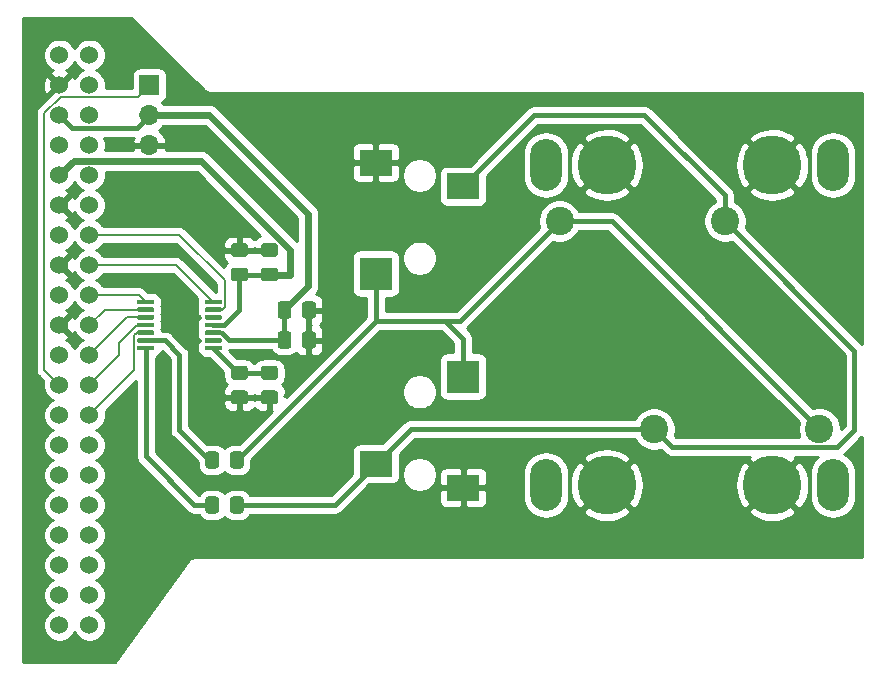
<source format=gbr>
%TF.GenerationSoftware,KiCad,Pcbnew,(5.1.10-1-10_14)*%
%TF.CreationDate,2021-10-26T14:16:26-07:00*%
%TF.ProjectId,adc,6164632e-6b69-4636-9164-5f7063625858,rev?*%
%TF.SameCoordinates,Original*%
%TF.FileFunction,Copper,L1,Top*%
%TF.FilePolarity,Positive*%
%FSLAX46Y46*%
G04 Gerber Fmt 4.6, Leading zero omitted, Abs format (unit mm)*
G04 Created by KiCad (PCBNEW (5.1.10-1-10_14)) date 2021-10-26 14:16:26*
%MOMM*%
%LPD*%
G01*
G04 APERTURE LIST*
%TA.AperFunction,ComponentPad*%
%ADD10C,1.524000*%
%TD*%
%TA.AperFunction,ComponentPad*%
%ADD11O,1.700000X1.700000*%
%TD*%
%TA.AperFunction,ComponentPad*%
%ADD12R,1.700000X1.700000*%
%TD*%
%TA.AperFunction,SMDPad,CuDef*%
%ADD13R,2.800000X2.800000*%
%TD*%
%TA.AperFunction,SMDPad,CuDef*%
%ADD14R,2.800000X2.200000*%
%TD*%
%TA.AperFunction,WasherPad*%
%ADD15O,2.700000X4.400000*%
%TD*%
%TA.AperFunction,ComponentPad*%
%ADD16C,5.000000*%
%TD*%
%TA.AperFunction,ComponentPad*%
%ADD17C,2.400000*%
%TD*%
%TA.AperFunction,ViaPad*%
%ADD18C,0.600000*%
%TD*%
%TA.AperFunction,Conductor*%
%ADD19C,0.400000*%
%TD*%
%TA.AperFunction,Conductor*%
%ADD20C,0.127000*%
%TD*%
%TA.AperFunction,Conductor*%
%ADD21C,0.600000*%
%TD*%
%TA.AperFunction,Conductor*%
%ADD22C,0.200000*%
%TD*%
%TA.AperFunction,Conductor*%
%ADD23C,0.254000*%
%TD*%
%TA.AperFunction,Conductor*%
%ADD24C,0.100000*%
%TD*%
G04 APERTURE END LIST*
D10*
%TO.P,J5,1*%
%TO.N,Net-(J5-Pad1)*%
X140970000Y-27940000D03*
%TO.P,J5,2*%
%TO.N,Net-(J5-Pad2)*%
X143510000Y-27940000D03*
%TO.P,J5,3*%
%TO.N,GND*%
X140970000Y-30480000D03*
%TO.P,J5,4*%
%TO.N,Net-(J5-Pad4)*%
X143510000Y-30480000D03*
%TO.P,J5,5*%
%TO.N,+5V*%
X140970000Y-33020000D03*
%TO.P,J5,6*%
%TO.N,Net-(J5-Pad6)*%
X143510000Y-33020000D03*
%TO.P,J5,7*%
%TO.N,GND*%
X140970000Y-35560000D03*
%TO.P,J5,8*%
%TO.N,Net-(J5-Pad8)*%
X143510000Y-35560000D03*
%TO.P,J5,9*%
%TO.N,+3V3*%
X140970000Y-38100000D03*
%TO.P,J5,10*%
%TO.N,Net-(J5-Pad10)*%
X143510000Y-38100000D03*
%TO.P,J5,11*%
%TO.N,GND*%
X140970000Y-40640000D03*
%TO.P,J5,12*%
%TO.N,Net-(J5-Pad12)*%
X143510000Y-40640000D03*
%TO.P,J5,13*%
%TO.N,Net-(J5-Pad13)*%
X140970000Y-43180000D03*
%TO.P,J5,14*%
%TO.N,/PA5_H4*%
X143510000Y-43180000D03*
%TO.P,J5,15*%
%TO.N,GND*%
X140970000Y-45720000D03*
%TO.P,J5,16*%
%TO.N,/PA6_J1*%
X143510000Y-45720000D03*
%TO.P,J5,17*%
%TO.N,Net-(J5-Pad17)*%
X140970000Y-48260000D03*
%TO.P,J5,18*%
%TO.N,/PA7_J2*%
X143510000Y-48260000D03*
%TO.P,J5,19*%
%TO.N,GND*%
X140970000Y-50800000D03*
%TO.P,J5,20*%
%TO.N,/PB6_G12*%
X143510000Y-50800000D03*
%TO.P,J5,21*%
%TO.N,Net-(J5-Pad21)*%
X140970000Y-53340000D03*
%TO.P,J5,22*%
%TO.N,/PC7_H13*%
X143510000Y-53340000D03*
%TO.P,J5,23*%
%TO.N,/PA0*%
X140970000Y-55880000D03*
%TO.P,J5,24*%
%TO.N,/PA9_H10*%
X143510000Y-55880000D03*
%TO.P,J5,25*%
%TO.N,Net-(J5-Pad25)*%
X140970000Y-58420000D03*
%TO.P,J5,26*%
%TO.N,/PA8_J10*%
X143510000Y-58420000D03*
%TO.P,J5,27*%
%TO.N,Net-(J5-Pad27)*%
X140970000Y-60960000D03*
%TO.P,J5,28*%
%TO.N,Net-(J5-Pad28)*%
X143510000Y-60960000D03*
%TO.P,J5,29*%
%TO.N,Net-(J5-Pad29)*%
X140970000Y-63500000D03*
%TO.P,J5,30*%
%TO.N,Net-(J5-Pad30)*%
X143510000Y-63500000D03*
%TO.P,J5,31*%
%TO.N,Net-(J5-Pad31)*%
X140970000Y-66040000D03*
%TO.P,J5,32*%
%TO.N,Net-(J5-Pad32)*%
X143510000Y-66040000D03*
%TO.P,J5,33*%
%TO.N,Net-(J5-Pad33)*%
X140970000Y-68580000D03*
%TO.P,J5,34*%
%TO.N,Net-(J5-Pad34)*%
X143510000Y-68580000D03*
%TO.P,J5,35*%
%TO.N,Net-(J5-Pad35)*%
X140970000Y-71120000D03*
%TO.P,J5,36*%
%TO.N,Net-(J5-Pad36)*%
X143510000Y-71120000D03*
%TO.P,J5,37*%
%TO.N,Net-(J5-Pad37)*%
X140970000Y-73660000D03*
%TO.P,J5,38*%
%TO.N,Net-(J5-Pad38)*%
X143510000Y-73660000D03*
%TO.P,J5,39*%
%TO.N,Net-(J5-Pad39)*%
X140970000Y-76200000D03*
%TO.P,J5,40*%
%TO.N,Net-(J5-Pad40)*%
X143510000Y-76200000D03*
%TD*%
%TO.P,C6,2*%
%TO.N,GND*%
%TA.AperFunction,SMDPad,CuDef*%
G36*
G01*
X156685000Y-45037500D02*
X155735000Y-45037500D01*
G75*
G02*
X155485000Y-44787500I0J250000D01*
G01*
X155485000Y-44112500D01*
G75*
G02*
X155735000Y-43862500I250000J0D01*
G01*
X156685000Y-43862500D01*
G75*
G02*
X156935000Y-44112500I0J-250000D01*
G01*
X156935000Y-44787500D01*
G75*
G02*
X156685000Y-45037500I-250000J0D01*
G01*
G37*
%TD.AperFunction*%
%TO.P,C6,1*%
%TO.N,+3V3*%
%TA.AperFunction,SMDPad,CuDef*%
G36*
G01*
X156685000Y-47112500D02*
X155735000Y-47112500D01*
G75*
G02*
X155485000Y-46862500I0J250000D01*
G01*
X155485000Y-46187500D01*
G75*
G02*
X155735000Y-45937500I250000J0D01*
G01*
X156685000Y-45937500D01*
G75*
G02*
X156935000Y-46187500I0J-250000D01*
G01*
X156935000Y-46862500D01*
G75*
G02*
X156685000Y-47112500I-250000J0D01*
G01*
G37*
%TD.AperFunction*%
%TD*%
%TO.P,C7,2*%
%TO.N,GND*%
%TA.AperFunction,SMDPad,CuDef*%
G36*
G01*
X158275000Y-56330000D02*
X159225000Y-56330000D01*
G75*
G02*
X159475000Y-56580000I0J-250000D01*
G01*
X159475000Y-57255000D01*
G75*
G02*
X159225000Y-57505000I-250000J0D01*
G01*
X158275000Y-57505000D01*
G75*
G02*
X158025000Y-57255000I0J250000D01*
G01*
X158025000Y-56580000D01*
G75*
G02*
X158275000Y-56330000I250000J0D01*
G01*
G37*
%TD.AperFunction*%
%TO.P,C7,1*%
%TO.N,/VREF*%
%TA.AperFunction,SMDPad,CuDef*%
G36*
G01*
X158275000Y-54255000D02*
X159225000Y-54255000D01*
G75*
G02*
X159475000Y-54505000I0J-250000D01*
G01*
X159475000Y-55180000D01*
G75*
G02*
X159225000Y-55430000I-250000J0D01*
G01*
X158275000Y-55430000D01*
G75*
G02*
X158025000Y-55180000I0J250000D01*
G01*
X158025000Y-54505000D01*
G75*
G02*
X158275000Y-54255000I250000J0D01*
G01*
G37*
%TD.AperFunction*%
%TD*%
%TO.P,C5,2*%
%TO.N,GND*%
%TA.AperFunction,SMDPad,CuDef*%
G36*
G01*
X159225000Y-45037500D02*
X158275000Y-45037500D01*
G75*
G02*
X158025000Y-44787500I0J250000D01*
G01*
X158025000Y-44112500D01*
G75*
G02*
X158275000Y-43862500I250000J0D01*
G01*
X159225000Y-43862500D01*
G75*
G02*
X159475000Y-44112500I0J-250000D01*
G01*
X159475000Y-44787500D01*
G75*
G02*
X159225000Y-45037500I-250000J0D01*
G01*
G37*
%TD.AperFunction*%
%TO.P,C5,1*%
%TO.N,+3V3*%
%TA.AperFunction,SMDPad,CuDef*%
G36*
G01*
X159225000Y-47112500D02*
X158275000Y-47112500D01*
G75*
G02*
X158025000Y-46862500I0J250000D01*
G01*
X158025000Y-46187500D01*
G75*
G02*
X158275000Y-45937500I250000J0D01*
G01*
X159225000Y-45937500D01*
G75*
G02*
X159475000Y-46187500I0J-250000D01*
G01*
X159475000Y-46862500D01*
G75*
G02*
X159225000Y-47112500I-250000J0D01*
G01*
G37*
%TD.AperFunction*%
%TD*%
%TO.P,C3,2*%
%TO.N,GND*%
%TA.AperFunction,SMDPad,CuDef*%
G36*
G01*
X161507500Y-50005000D02*
X161507500Y-49055000D01*
G75*
G02*
X161757500Y-48805000I250000J0D01*
G01*
X162432500Y-48805000D01*
G75*
G02*
X162682500Y-49055000I0J-250000D01*
G01*
X162682500Y-50005000D01*
G75*
G02*
X162432500Y-50255000I-250000J0D01*
G01*
X161757500Y-50255000D01*
G75*
G02*
X161507500Y-50005000I0J250000D01*
G01*
G37*
%TD.AperFunction*%
%TO.P,C3,1*%
%TO.N,+5V*%
%TA.AperFunction,SMDPad,CuDef*%
G36*
G01*
X159432500Y-50005000D02*
X159432500Y-49055000D01*
G75*
G02*
X159682500Y-48805000I250000J0D01*
G01*
X160357500Y-48805000D01*
G75*
G02*
X160607500Y-49055000I0J-250000D01*
G01*
X160607500Y-50005000D01*
G75*
G02*
X160357500Y-50255000I-250000J0D01*
G01*
X159682500Y-50255000D01*
G75*
G02*
X159432500Y-50005000I0J250000D01*
G01*
G37*
%TD.AperFunction*%
%TD*%
%TO.P,U1,14*%
%TO.N,/VINR*%
%TA.AperFunction,SMDPad,CuDef*%
G36*
G01*
X149005000Y-52650000D02*
X149005000Y-52850000D01*
G75*
G02*
X148905000Y-52950000I-100000J0D01*
G01*
X147630000Y-52950000D01*
G75*
G02*
X147530000Y-52850000I0J100000D01*
G01*
X147530000Y-52650000D01*
G75*
G02*
X147630000Y-52550000I100000J0D01*
G01*
X148905000Y-52550000D01*
G75*
G02*
X149005000Y-52650000I0J-100000D01*
G01*
G37*
%TD.AperFunction*%
%TO.P,U1,13*%
%TO.N,/VINL*%
%TA.AperFunction,SMDPad,CuDef*%
G36*
G01*
X149005000Y-52000000D02*
X149005000Y-52200000D01*
G75*
G02*
X148905000Y-52300000I-100000J0D01*
G01*
X147630000Y-52300000D01*
G75*
G02*
X147530000Y-52200000I0J100000D01*
G01*
X147530000Y-52000000D01*
G75*
G02*
X147630000Y-51900000I100000J0D01*
G01*
X148905000Y-51900000D01*
G75*
G02*
X149005000Y-52000000I0J-100000D01*
G01*
G37*
%TD.AperFunction*%
%TO.P,U1,12*%
%TO.N,/PA8_J10*%
%TA.AperFunction,SMDPad,CuDef*%
G36*
G01*
X149005000Y-51350000D02*
X149005000Y-51550000D01*
G75*
G02*
X148905000Y-51650000I-100000J0D01*
G01*
X147630000Y-51650000D01*
G75*
G02*
X147530000Y-51550000I0J100000D01*
G01*
X147530000Y-51350000D01*
G75*
G02*
X147630000Y-51250000I100000J0D01*
G01*
X148905000Y-51250000D01*
G75*
G02*
X149005000Y-51350000I0J-100000D01*
G01*
G37*
%TD.AperFunction*%
%TO.P,U1,11*%
%TO.N,/PA9_H10*%
%TA.AperFunction,SMDPad,CuDef*%
G36*
G01*
X149005000Y-50700000D02*
X149005000Y-50900000D01*
G75*
G02*
X148905000Y-51000000I-100000J0D01*
G01*
X147630000Y-51000000D01*
G75*
G02*
X147530000Y-50900000I0J100000D01*
G01*
X147530000Y-50700000D01*
G75*
G02*
X147630000Y-50600000I100000J0D01*
G01*
X148905000Y-50600000D01*
G75*
G02*
X149005000Y-50700000I0J-100000D01*
G01*
G37*
%TD.AperFunction*%
%TO.P,U1,10*%
%TO.N,/PC7_H13*%
%TA.AperFunction,SMDPad,CuDef*%
G36*
G01*
X149005000Y-50050000D02*
X149005000Y-50250000D01*
G75*
G02*
X148905000Y-50350000I-100000J0D01*
G01*
X147630000Y-50350000D01*
G75*
G02*
X147530000Y-50250000I0J100000D01*
G01*
X147530000Y-50050000D01*
G75*
G02*
X147630000Y-49950000I100000J0D01*
G01*
X148905000Y-49950000D01*
G75*
G02*
X149005000Y-50050000I0J-100000D01*
G01*
G37*
%TD.AperFunction*%
%TO.P,U1,9*%
%TO.N,/PB6_G12*%
%TA.AperFunction,SMDPad,CuDef*%
G36*
G01*
X149005000Y-49400000D02*
X149005000Y-49600000D01*
G75*
G02*
X148905000Y-49700000I-100000J0D01*
G01*
X147630000Y-49700000D01*
G75*
G02*
X147530000Y-49600000I0J100000D01*
G01*
X147530000Y-49400000D01*
G75*
G02*
X147630000Y-49300000I100000J0D01*
G01*
X148905000Y-49300000D01*
G75*
G02*
X149005000Y-49400000I0J-100000D01*
G01*
G37*
%TD.AperFunction*%
%TO.P,U1,8*%
%TO.N,/PA7_J2*%
%TA.AperFunction,SMDPad,CuDef*%
G36*
G01*
X149005000Y-48750000D02*
X149005000Y-48950000D01*
G75*
G02*
X148905000Y-49050000I-100000J0D01*
G01*
X147630000Y-49050000D01*
G75*
G02*
X147530000Y-48950000I0J100000D01*
G01*
X147530000Y-48750000D01*
G75*
G02*
X147630000Y-48650000I100000J0D01*
G01*
X148905000Y-48650000D01*
G75*
G02*
X149005000Y-48750000I0J-100000D01*
G01*
G37*
%TD.AperFunction*%
%TO.P,U1,7*%
%TO.N,/PA6_J1*%
%TA.AperFunction,SMDPad,CuDef*%
G36*
G01*
X154730000Y-48750000D02*
X154730000Y-48950000D01*
G75*
G02*
X154630000Y-49050000I-100000J0D01*
G01*
X153355000Y-49050000D01*
G75*
G02*
X153255000Y-48950000I0J100000D01*
G01*
X153255000Y-48750000D01*
G75*
G02*
X153355000Y-48650000I100000J0D01*
G01*
X154630000Y-48650000D01*
G75*
G02*
X154730000Y-48750000I0J-100000D01*
G01*
G37*
%TD.AperFunction*%
%TO.P,U1,6*%
%TO.N,/PA5_H4*%
%TA.AperFunction,SMDPad,CuDef*%
G36*
G01*
X154730000Y-49400000D02*
X154730000Y-49600000D01*
G75*
G02*
X154630000Y-49700000I-100000J0D01*
G01*
X153355000Y-49700000D01*
G75*
G02*
X153255000Y-49600000I0J100000D01*
G01*
X153255000Y-49400000D01*
G75*
G02*
X153355000Y-49300000I100000J0D01*
G01*
X154630000Y-49300000D01*
G75*
G02*
X154730000Y-49400000I0J-100000D01*
G01*
G37*
%TD.AperFunction*%
%TO.P,U1,5*%
%TO.N,GND*%
%TA.AperFunction,SMDPad,CuDef*%
G36*
G01*
X154730000Y-50050000D02*
X154730000Y-50250000D01*
G75*
G02*
X154630000Y-50350000I-100000J0D01*
G01*
X153355000Y-50350000D01*
G75*
G02*
X153255000Y-50250000I0J100000D01*
G01*
X153255000Y-50050000D01*
G75*
G02*
X153355000Y-49950000I100000J0D01*
G01*
X154630000Y-49950000D01*
G75*
G02*
X154730000Y-50050000I0J-100000D01*
G01*
G37*
%TD.AperFunction*%
%TO.P,U1,4*%
%TO.N,+3V3*%
%TA.AperFunction,SMDPad,CuDef*%
G36*
G01*
X154730000Y-50700000D02*
X154730000Y-50900000D01*
G75*
G02*
X154630000Y-51000000I-100000J0D01*
G01*
X153355000Y-51000000D01*
G75*
G02*
X153255000Y-50900000I0J100000D01*
G01*
X153255000Y-50700000D01*
G75*
G02*
X153355000Y-50600000I100000J0D01*
G01*
X154630000Y-50600000D01*
G75*
G02*
X154730000Y-50700000I0J-100000D01*
G01*
G37*
%TD.AperFunction*%
%TO.P,U1,3*%
%TO.N,+5V*%
%TA.AperFunction,SMDPad,CuDef*%
G36*
G01*
X154730000Y-51350000D02*
X154730000Y-51550000D01*
G75*
G02*
X154630000Y-51650000I-100000J0D01*
G01*
X153355000Y-51650000D01*
G75*
G02*
X153255000Y-51550000I0J100000D01*
G01*
X153255000Y-51350000D01*
G75*
G02*
X153355000Y-51250000I100000J0D01*
G01*
X154630000Y-51250000D01*
G75*
G02*
X154730000Y-51350000I0J-100000D01*
G01*
G37*
%TD.AperFunction*%
%TO.P,U1,2*%
%TO.N,GND*%
%TA.AperFunction,SMDPad,CuDef*%
G36*
G01*
X154730000Y-52000000D02*
X154730000Y-52200000D01*
G75*
G02*
X154630000Y-52300000I-100000J0D01*
G01*
X153355000Y-52300000D01*
G75*
G02*
X153255000Y-52200000I0J100000D01*
G01*
X153255000Y-52000000D01*
G75*
G02*
X153355000Y-51900000I100000J0D01*
G01*
X154630000Y-51900000D01*
G75*
G02*
X154730000Y-52000000I0J-100000D01*
G01*
G37*
%TD.AperFunction*%
%TO.P,U1,1*%
%TO.N,/VREF*%
%TA.AperFunction,SMDPad,CuDef*%
G36*
G01*
X154730000Y-52650000D02*
X154730000Y-52850000D01*
G75*
G02*
X154630000Y-52950000I-100000J0D01*
G01*
X153355000Y-52950000D01*
G75*
G02*
X153255000Y-52850000I0J100000D01*
G01*
X153255000Y-52650000D01*
G75*
G02*
X153355000Y-52550000I100000J0D01*
G01*
X154630000Y-52550000D01*
G75*
G02*
X154730000Y-52650000I0J-100000D01*
G01*
G37*
%TD.AperFunction*%
%TD*%
D11*
%TO.P,J8,3*%
%TO.N,GND*%
X148590000Y-35560000D03*
%TO.P,J8,2*%
%TO.N,+5V*%
X148590000Y-33020000D03*
D12*
%TO.P,J8,1*%
%TO.N,/PA0*%
X148590000Y-30480000D03*
%TD*%
D13*
%TO.P,J4,T*%
%TO.N,Net-(C2-Pad1)*%
X167750000Y-46440000D03*
D14*
%TO.P,J4,S*%
%TO.N,GND*%
X167750000Y-37040000D03*
%TO.P,J4,R*%
%TO.N,Net-(C1-Pad1)*%
X175150000Y-39040000D03*
%TD*%
D13*
%TO.P,J3,T*%
%TO.N,Net-(C2-Pad1)*%
X175150000Y-55160000D03*
D14*
%TO.P,J3,S*%
%TO.N,GND*%
X175150000Y-64560000D03*
%TO.P,J3,R*%
%TO.N,Net-(C1-Pad1)*%
X167750000Y-62560000D03*
%TD*%
D15*
%TO.P,J2,*%
%TO.N,*%
X182160000Y-37250000D03*
X206460000Y-37250000D03*
D16*
%TO.P,J2,3*%
%TO.N,GND*%
X187310000Y-37250000D03*
%TO.P,J2,1*%
X201310000Y-37250000D03*
D17*
%TO.P,J2,4*%
%TO.N,Net-(C2-Pad1)*%
X183310000Y-42000000D03*
%TO.P,J2,2*%
%TO.N,Net-(C1-Pad1)*%
X197310000Y-42000000D03*
%TD*%
D15*
%TO.P,J1,*%
%TO.N,*%
X206460000Y-64350000D03*
X182160000Y-64350000D03*
D16*
%TO.P,J1,3*%
%TO.N,GND*%
X201310000Y-64350000D03*
%TO.P,J1,1*%
X187310000Y-64350000D03*
D17*
%TO.P,J1,4*%
%TO.N,Net-(C2-Pad1)*%
X205310000Y-59600000D03*
%TO.P,J1,2*%
%TO.N,Net-(C1-Pad1)*%
X191310000Y-59600000D03*
%TD*%
%TO.P,C8,2*%
%TO.N,GND*%
%TA.AperFunction,SMDPad,CuDef*%
G36*
G01*
X155735000Y-56330000D02*
X156685000Y-56330000D01*
G75*
G02*
X156935000Y-56580000I0J-250000D01*
G01*
X156935000Y-57255000D01*
G75*
G02*
X156685000Y-57505000I-250000J0D01*
G01*
X155735000Y-57505000D01*
G75*
G02*
X155485000Y-57255000I0J250000D01*
G01*
X155485000Y-56580000D01*
G75*
G02*
X155735000Y-56330000I250000J0D01*
G01*
G37*
%TD.AperFunction*%
%TO.P,C8,1*%
%TO.N,/VREF*%
%TA.AperFunction,SMDPad,CuDef*%
G36*
G01*
X155735000Y-54255000D02*
X156685000Y-54255000D01*
G75*
G02*
X156935000Y-54505000I0J-250000D01*
G01*
X156935000Y-55180000D01*
G75*
G02*
X156685000Y-55430000I-250000J0D01*
G01*
X155735000Y-55430000D01*
G75*
G02*
X155485000Y-55180000I0J250000D01*
G01*
X155485000Y-54505000D01*
G75*
G02*
X155735000Y-54255000I250000J0D01*
G01*
G37*
%TD.AperFunction*%
%TD*%
%TO.P,C4,2*%
%TO.N,GND*%
%TA.AperFunction,SMDPad,CuDef*%
G36*
G01*
X161507500Y-52545000D02*
X161507500Y-51595000D01*
G75*
G02*
X161757500Y-51345000I250000J0D01*
G01*
X162432500Y-51345000D01*
G75*
G02*
X162682500Y-51595000I0J-250000D01*
G01*
X162682500Y-52545000D01*
G75*
G02*
X162432500Y-52795000I-250000J0D01*
G01*
X161757500Y-52795000D01*
G75*
G02*
X161507500Y-52545000I0J250000D01*
G01*
G37*
%TD.AperFunction*%
%TO.P,C4,1*%
%TO.N,+5V*%
%TA.AperFunction,SMDPad,CuDef*%
G36*
G01*
X159432500Y-52545000D02*
X159432500Y-51595000D01*
G75*
G02*
X159682500Y-51345000I250000J0D01*
G01*
X160357500Y-51345000D01*
G75*
G02*
X160607500Y-51595000I0J-250000D01*
G01*
X160607500Y-52545000D01*
G75*
G02*
X160357500Y-52795000I-250000J0D01*
G01*
X159682500Y-52795000D01*
G75*
G02*
X159432500Y-52545000I0J250000D01*
G01*
G37*
%TD.AperFunction*%
%TD*%
%TO.P,C2,2*%
%TO.N,/VINL*%
%TA.AperFunction,SMDPad,CuDef*%
G36*
G01*
X154490000Y-61755000D02*
X154490000Y-62705000D01*
G75*
G02*
X154240000Y-62955000I-250000J0D01*
G01*
X153565000Y-62955000D01*
G75*
G02*
X153315000Y-62705000I0J250000D01*
G01*
X153315000Y-61755000D01*
G75*
G02*
X153565000Y-61505000I250000J0D01*
G01*
X154240000Y-61505000D01*
G75*
G02*
X154490000Y-61755000I0J-250000D01*
G01*
G37*
%TD.AperFunction*%
%TO.P,C2,1*%
%TO.N,Net-(C2-Pad1)*%
%TA.AperFunction,SMDPad,CuDef*%
G36*
G01*
X156565000Y-61755000D02*
X156565000Y-62705000D01*
G75*
G02*
X156315000Y-62955000I-250000J0D01*
G01*
X155640000Y-62955000D01*
G75*
G02*
X155390000Y-62705000I0J250000D01*
G01*
X155390000Y-61755000D01*
G75*
G02*
X155640000Y-61505000I250000J0D01*
G01*
X156315000Y-61505000D01*
G75*
G02*
X156565000Y-61755000I0J-250000D01*
G01*
G37*
%TD.AperFunction*%
%TD*%
%TO.P,C1,2*%
%TO.N,/VINR*%
%TA.AperFunction,SMDPad,CuDef*%
G36*
G01*
X154490000Y-65565000D02*
X154490000Y-66515000D01*
G75*
G02*
X154240000Y-66765000I-250000J0D01*
G01*
X153565000Y-66765000D01*
G75*
G02*
X153315000Y-66515000I0J250000D01*
G01*
X153315000Y-65565000D01*
G75*
G02*
X153565000Y-65315000I250000J0D01*
G01*
X154240000Y-65315000D01*
G75*
G02*
X154490000Y-65565000I0J-250000D01*
G01*
G37*
%TD.AperFunction*%
%TO.P,C1,1*%
%TO.N,Net-(C1-Pad1)*%
%TA.AperFunction,SMDPad,CuDef*%
G36*
G01*
X156565000Y-65565000D02*
X156565000Y-66515000D01*
G75*
G02*
X156315000Y-66765000I-250000J0D01*
G01*
X155640000Y-66765000D01*
G75*
G02*
X155390000Y-66515000I0J250000D01*
G01*
X155390000Y-65565000D01*
G75*
G02*
X155640000Y-65315000I250000J0D01*
G01*
X156315000Y-65315000D01*
G75*
G02*
X156565000Y-65565000I0J-250000D01*
G01*
G37*
%TD.AperFunction*%
%TD*%
D18*
%TO.N,GND*%
X149860000Y-54610000D03*
X149860000Y-55880000D03*
X149860000Y-57150000D03*
X149860000Y-58420000D03*
X149860000Y-59690000D03*
X149860000Y-60960000D03*
X151130000Y-62230000D03*
X152400000Y-63500000D03*
X146050000Y-44450000D03*
X148590000Y-44450000D03*
X151130000Y-44450000D03*
X152400000Y-45720000D03*
X146050000Y-46990000D03*
X148590000Y-46990000D03*
X160020000Y-41910000D03*
X157480000Y-43180000D03*
%TD*%
D19*
%TO.N,Net-(C1-Pad1)*%
X164270000Y-66040000D02*
X167750000Y-62560000D01*
X155977500Y-66040000D02*
X164270000Y-66040000D01*
X170710000Y-59600000D02*
X191310000Y-59600000D01*
X167750000Y-62560000D02*
X170710000Y-59600000D01*
X208280000Y-59690000D02*
X208280000Y-52970000D01*
X208280000Y-52970000D02*
X197310000Y-42000000D01*
X206842999Y-61127001D02*
X208280000Y-59690000D01*
X192837001Y-61127001D02*
X206842999Y-61127001D01*
X191310000Y-59600000D02*
X192837001Y-61127001D01*
X197310000Y-42000000D02*
X197310000Y-39830000D01*
X197310000Y-39830000D02*
X190500000Y-33020000D01*
X181170000Y-33020000D02*
X175150000Y-39040000D01*
X190500000Y-33020000D02*
X181170000Y-33020000D01*
%TO.N,Net-(C2-Pad1)*%
X167750000Y-50457500D02*
X167750000Y-46440000D01*
X155977500Y-62230000D02*
X167750000Y-50457500D01*
X175150000Y-55160000D02*
X175150000Y-51960000D01*
X173647500Y-50457500D02*
X167750000Y-50457500D01*
X175150000Y-51960000D02*
X173647500Y-50457500D01*
X174852500Y-50457500D02*
X183310000Y-42000000D01*
X173647500Y-50457500D02*
X174852500Y-50457500D01*
X187710000Y-42000000D02*
X205310000Y-59600000D01*
X183310000Y-42000000D02*
X187710000Y-42000000D01*
%TO.N,+5V*%
X155350000Y-52070000D02*
X160020000Y-52070000D01*
X154730000Y-51450000D02*
X155350000Y-52070000D01*
D20*
X153992500Y-51450000D02*
X154730000Y-51450000D01*
D19*
X160020000Y-52070000D02*
X160020000Y-49530000D01*
X147500999Y-34109001D02*
X148590000Y-33020000D01*
X142059001Y-34109001D02*
X147500999Y-34109001D01*
X140970000Y-33020000D02*
X142059001Y-34109001D01*
D21*
X148590000Y-33020000D02*
X153670000Y-33020000D01*
X162017010Y-47532990D02*
X160020000Y-49530000D01*
X162017010Y-41367010D02*
X162017010Y-47532990D01*
X153670000Y-33020000D02*
X162017010Y-41367010D01*
D19*
%TO.N,+3V3*%
X153992500Y-50800000D02*
X154730000Y-50800000D01*
X156210000Y-46525000D02*
X158750000Y-46525000D01*
X154940000Y-50800000D02*
X153992500Y-50800000D01*
X156210000Y-49530000D02*
X154940000Y-50800000D01*
X156210000Y-46525000D02*
X156210000Y-49530000D01*
D21*
X158750000Y-46525000D02*
X160485000Y-46525000D01*
X142159001Y-36910999D02*
X140970000Y-38100000D01*
X152980937Y-36910999D02*
X142159001Y-36910999D01*
X160485000Y-44415062D02*
X152980937Y-36910999D01*
X160485000Y-46525000D02*
X160485000Y-44415062D01*
D22*
%TO.N,/PA5_H4*%
X154730000Y-49500000D02*
X153992500Y-49500000D01*
X154957010Y-49272990D02*
X154730000Y-49500000D01*
X154957010Y-47007010D02*
X154957010Y-49272990D01*
X151130000Y-43180000D02*
X154957010Y-47007010D01*
X143510000Y-43180000D02*
X151130000Y-43180000D01*
%TO.N,/PA6_J1*%
X150862500Y-45720000D02*
X153992500Y-48850000D01*
X143510000Y-45720000D02*
X150862500Y-45720000D01*
%TO.N,/PA7_J2*%
X147677500Y-48260000D02*
X148267500Y-48850000D01*
X143510000Y-48260000D02*
X147677500Y-48260000D01*
%TO.N,/PB6_G12*%
X144810000Y-49500000D02*
X148267500Y-49500000D01*
X143510000Y-50800000D02*
X144810000Y-49500000D01*
%TO.N,/PA0*%
X140970000Y-55880000D02*
X139700000Y-54610000D01*
X141057277Y-31469001D02*
X147600999Y-31469001D01*
X147600999Y-31469001D02*
X148590000Y-30480000D01*
X139700000Y-32826278D02*
X141057277Y-31469001D01*
X139700000Y-54610000D02*
X139700000Y-32826278D01*
%TO.N,/PA9_H10*%
X143510000Y-55880000D02*
X146050000Y-53340000D01*
X147530000Y-50800000D02*
X148267500Y-50800000D01*
X146050000Y-52280000D02*
X147530000Y-50800000D01*
X146050000Y-53340000D02*
X146050000Y-52280000D01*
%TO.N,/PA8_J10*%
X147530000Y-51450000D02*
X148267500Y-51450000D01*
X147302990Y-51677010D02*
X147530000Y-51450000D01*
X147302990Y-54627010D02*
X147302990Y-51677010D01*
X143510000Y-58420000D02*
X147302990Y-54627010D01*
D19*
%TO.N,/VINR*%
X153902500Y-66040000D02*
X152400000Y-66040000D01*
X148267500Y-61907500D02*
X148267500Y-52750000D01*
X152400000Y-66040000D02*
X148267500Y-61907500D01*
D22*
%TO.N,/VINL*%
X153902500Y-62230000D02*
X153670000Y-62230000D01*
X148817464Y-52100000D02*
X148267500Y-52100000D01*
D19*
X149890000Y-52100000D02*
X148267500Y-52100000D01*
X151130000Y-59690000D02*
X151130000Y-53340000D01*
X151130000Y-53340000D02*
X149890000Y-52100000D01*
X153670000Y-62230000D02*
X151130000Y-59690000D01*
%TO.N,/VREF*%
X158750000Y-54842500D02*
X156210000Y-54842500D01*
X156085000Y-54842500D02*
X153992500Y-52750000D01*
X156210000Y-54842500D02*
X156085000Y-54842500D01*
D22*
%TO.N,/PC7_H13*%
X146700000Y-50150000D02*
X148267500Y-50150000D01*
X143510000Y-53340000D02*
X146700000Y-50150000D01*
%TD*%
D23*
%TO.N,GND*%
X153184803Y-30919769D02*
X153205280Y-30944720D01*
X153304871Y-31026453D01*
X153418495Y-31087187D01*
X153541784Y-31124586D01*
X153637875Y-31134050D01*
X153637884Y-31134050D01*
X153669999Y-31137213D01*
X153702114Y-31134050D01*
X208895950Y-31134050D01*
X208895951Y-52404320D01*
X208873291Y-52376709D01*
X208841432Y-52350563D01*
X199060316Y-42569449D01*
X199074482Y-42535250D01*
X199145000Y-42180732D01*
X199145000Y-41819268D01*
X199074482Y-41464750D01*
X198936156Y-41130801D01*
X198735338Y-40830256D01*
X198479744Y-40574662D01*
X198179199Y-40373844D01*
X198145000Y-40359678D01*
X198145000Y-39871007D01*
X198149039Y-39829999D01*
X198145000Y-39788991D01*
X198145000Y-39788981D01*
X198132918Y-39666311D01*
X198085172Y-39508913D01*
X198055365Y-39453148D01*
X199286457Y-39453148D01*
X199562627Y-39871118D01*
X200107557Y-40161649D01*
X200698696Y-40340287D01*
X201313328Y-40400168D01*
X201927831Y-40338990D01*
X202518592Y-40159103D01*
X203057373Y-39871118D01*
X203333543Y-39453148D01*
X201310000Y-37429605D01*
X199286457Y-39453148D01*
X198055365Y-39453148D01*
X198007636Y-39363854D01*
X197903291Y-39236709D01*
X197871427Y-39210559D01*
X195914196Y-37253328D01*
X198159832Y-37253328D01*
X198221010Y-37867831D01*
X198400897Y-38458592D01*
X198688882Y-38997373D01*
X199106852Y-39273543D01*
X201130395Y-37250000D01*
X201489605Y-37250000D01*
X203513148Y-39273543D01*
X203931118Y-38997373D01*
X204221649Y-38452443D01*
X204400287Y-37861304D01*
X204460168Y-37246672D01*
X204398990Y-36632169D01*
X204298603Y-36302491D01*
X204475000Y-36302491D01*
X204475000Y-38197510D01*
X204503723Y-38489128D01*
X204617227Y-38863302D01*
X204801548Y-39208143D01*
X205049603Y-39510398D01*
X205351858Y-39758453D01*
X205696699Y-39942774D01*
X206070873Y-40056278D01*
X206460000Y-40094604D01*
X206849128Y-40056278D01*
X207223302Y-39942774D01*
X207568143Y-39758453D01*
X207870398Y-39510398D01*
X208118453Y-39208143D01*
X208302774Y-38863302D01*
X208416278Y-38489127D01*
X208445000Y-38197509D01*
X208445000Y-36302490D01*
X208416278Y-36010872D01*
X208302774Y-35636698D01*
X208118453Y-35291857D01*
X207870398Y-34989602D01*
X207568143Y-34741547D01*
X207223301Y-34557226D01*
X206849127Y-34443722D01*
X206460000Y-34405396D01*
X206070872Y-34443722D01*
X205696698Y-34557226D01*
X205351857Y-34741547D01*
X205049602Y-34989602D01*
X204801547Y-35291857D01*
X204617226Y-35636699D01*
X204503722Y-36010873D01*
X204475000Y-36302491D01*
X204298603Y-36302491D01*
X204219103Y-36041408D01*
X203931118Y-35502627D01*
X203513148Y-35226457D01*
X201489605Y-37250000D01*
X201130395Y-37250000D01*
X199106852Y-35226457D01*
X198688882Y-35502627D01*
X198398351Y-36047557D01*
X198219713Y-36638696D01*
X198159832Y-37253328D01*
X195914196Y-37253328D01*
X193707720Y-35046852D01*
X199286457Y-35046852D01*
X201310000Y-37070395D01*
X203333543Y-35046852D01*
X203057373Y-34628882D01*
X202512443Y-34338351D01*
X201921304Y-34159713D01*
X201306672Y-34099832D01*
X200692169Y-34161010D01*
X200101408Y-34340897D01*
X199562627Y-34628882D01*
X199286457Y-35046852D01*
X193707720Y-35046852D01*
X191119446Y-32458579D01*
X191093291Y-32426709D01*
X190966146Y-32322364D01*
X190821087Y-32244828D01*
X190663689Y-32197082D01*
X190541019Y-32185000D01*
X190541018Y-32185000D01*
X190500000Y-32180960D01*
X190458982Y-32185000D01*
X181211018Y-32185000D01*
X181170000Y-32180960D01*
X181128982Y-32185000D01*
X181128981Y-32185000D01*
X181006311Y-32197082D01*
X180868739Y-32238814D01*
X180848913Y-32244828D01*
X180703854Y-32322364D01*
X180660099Y-32358273D01*
X180576709Y-32426709D01*
X180550563Y-32458568D01*
X175707205Y-37301928D01*
X173750000Y-37301928D01*
X173625518Y-37314188D01*
X173505820Y-37350498D01*
X173395506Y-37409463D01*
X173298815Y-37488815D01*
X173219463Y-37585506D01*
X173160498Y-37695820D01*
X173124188Y-37815518D01*
X173111928Y-37940000D01*
X173111928Y-40140000D01*
X173124188Y-40264482D01*
X173160498Y-40384180D01*
X173219463Y-40494494D01*
X173298815Y-40591185D01*
X173395506Y-40670537D01*
X173505820Y-40729502D01*
X173625518Y-40765812D01*
X173750000Y-40778072D01*
X176550000Y-40778072D01*
X176674482Y-40765812D01*
X176794180Y-40729502D01*
X176904494Y-40670537D01*
X177001185Y-40591185D01*
X177080537Y-40494494D01*
X177139502Y-40384180D01*
X177175812Y-40264482D01*
X177188072Y-40140000D01*
X177188072Y-38182795D01*
X179068376Y-36302491D01*
X180175000Y-36302491D01*
X180175000Y-38197510D01*
X180203723Y-38489128D01*
X180317227Y-38863302D01*
X180501548Y-39208143D01*
X180749603Y-39510398D01*
X181051858Y-39758453D01*
X181396699Y-39942774D01*
X181770873Y-40056278D01*
X182160000Y-40094604D01*
X182549128Y-40056278D01*
X182923302Y-39942774D01*
X183268143Y-39758453D01*
X183570398Y-39510398D01*
X183617381Y-39453148D01*
X185286457Y-39453148D01*
X185562627Y-39871118D01*
X186107557Y-40161649D01*
X186698696Y-40340287D01*
X187313328Y-40400168D01*
X187927831Y-40338990D01*
X188518592Y-40159103D01*
X189057373Y-39871118D01*
X189333543Y-39453148D01*
X187310000Y-37429605D01*
X185286457Y-39453148D01*
X183617381Y-39453148D01*
X183818453Y-39208143D01*
X184002774Y-38863302D01*
X184116278Y-38489127D01*
X184145000Y-38197509D01*
X184145000Y-37253328D01*
X184159832Y-37253328D01*
X184221010Y-37867831D01*
X184400897Y-38458592D01*
X184688882Y-38997373D01*
X185106852Y-39273543D01*
X187130395Y-37250000D01*
X187489605Y-37250000D01*
X189513148Y-39273543D01*
X189931118Y-38997373D01*
X190221649Y-38452443D01*
X190400287Y-37861304D01*
X190460168Y-37246672D01*
X190398990Y-36632169D01*
X190219103Y-36041408D01*
X189931118Y-35502627D01*
X189513148Y-35226457D01*
X187489605Y-37250000D01*
X187130395Y-37250000D01*
X185106852Y-35226457D01*
X184688882Y-35502627D01*
X184398351Y-36047557D01*
X184219713Y-36638696D01*
X184159832Y-37253328D01*
X184145000Y-37253328D01*
X184145000Y-36302490D01*
X184116278Y-36010872D01*
X184002774Y-35636698D01*
X183818453Y-35291857D01*
X183617382Y-35046852D01*
X185286457Y-35046852D01*
X187310000Y-37070395D01*
X189333543Y-35046852D01*
X189057373Y-34628882D01*
X188512443Y-34338351D01*
X187921304Y-34159713D01*
X187306672Y-34099832D01*
X186692169Y-34161010D01*
X186101408Y-34340897D01*
X185562627Y-34628882D01*
X185286457Y-35046852D01*
X183617382Y-35046852D01*
X183570398Y-34989602D01*
X183268143Y-34741547D01*
X182923301Y-34557226D01*
X182549127Y-34443722D01*
X182160000Y-34405396D01*
X181770872Y-34443722D01*
X181396698Y-34557226D01*
X181051857Y-34741547D01*
X180749602Y-34989602D01*
X180501547Y-35291857D01*
X180317226Y-35636699D01*
X180203722Y-36010873D01*
X180175000Y-36302491D01*
X179068376Y-36302491D01*
X181515869Y-33855000D01*
X190154133Y-33855000D01*
X196475001Y-40175869D01*
X196475001Y-40359678D01*
X196440801Y-40373844D01*
X196140256Y-40574662D01*
X195884662Y-40830256D01*
X195683844Y-41130801D01*
X195545518Y-41464750D01*
X195475000Y-41819268D01*
X195475000Y-42180732D01*
X195545518Y-42535250D01*
X195683844Y-42869199D01*
X195884662Y-43169744D01*
X196140256Y-43425338D01*
X196440801Y-43626156D01*
X196774750Y-43764482D01*
X197129268Y-43835000D01*
X197490732Y-43835000D01*
X197845250Y-43764482D01*
X197879449Y-43750316D01*
X207445001Y-53315870D01*
X207445000Y-59344132D01*
X207145000Y-59644132D01*
X207145000Y-59419268D01*
X207074482Y-59064750D01*
X206936156Y-58730801D01*
X206735338Y-58430256D01*
X206479744Y-58174662D01*
X206179199Y-57973844D01*
X205845250Y-57835518D01*
X205490732Y-57765000D01*
X205129268Y-57765000D01*
X204774750Y-57835518D01*
X204740552Y-57849683D01*
X188329446Y-41438579D01*
X188303291Y-41406709D01*
X188176146Y-41302364D01*
X188031087Y-41224828D01*
X187873689Y-41177082D01*
X187751019Y-41165000D01*
X187751018Y-41165000D01*
X187710000Y-41160960D01*
X187668982Y-41165000D01*
X184950322Y-41165000D01*
X184936156Y-41130801D01*
X184735338Y-40830256D01*
X184479744Y-40574662D01*
X184179199Y-40373844D01*
X183845250Y-40235518D01*
X183490732Y-40165000D01*
X183129268Y-40165000D01*
X182774750Y-40235518D01*
X182440801Y-40373844D01*
X182140256Y-40574662D01*
X181884662Y-40830256D01*
X181683844Y-41130801D01*
X181545518Y-41464750D01*
X181475000Y-41819268D01*
X181475000Y-42180732D01*
X181545518Y-42535250D01*
X181559684Y-42569449D01*
X174506633Y-49622500D01*
X173688518Y-49622500D01*
X173647500Y-49618460D01*
X173606482Y-49622500D01*
X168585000Y-49622500D01*
X168585000Y-48478072D01*
X169150000Y-48478072D01*
X169274482Y-48465812D01*
X169394180Y-48429502D01*
X169504494Y-48370537D01*
X169601185Y-48291185D01*
X169680537Y-48194494D01*
X169739502Y-48084180D01*
X169775812Y-47964482D01*
X169788072Y-47840000D01*
X169788072Y-45040000D01*
X169783516Y-44993740D01*
X169965000Y-44993740D01*
X169965000Y-45286260D01*
X170022068Y-45573158D01*
X170134010Y-45843411D01*
X170296525Y-46086632D01*
X170503368Y-46293475D01*
X170746589Y-46455990D01*
X171016842Y-46567932D01*
X171303740Y-46625000D01*
X171596260Y-46625000D01*
X171883158Y-46567932D01*
X172153411Y-46455990D01*
X172396632Y-46293475D01*
X172603475Y-46086632D01*
X172765990Y-45843411D01*
X172877932Y-45573158D01*
X172935000Y-45286260D01*
X172935000Y-44993740D01*
X172877932Y-44706842D01*
X172765990Y-44436589D01*
X172603475Y-44193368D01*
X172396632Y-43986525D01*
X172153411Y-43824010D01*
X171883158Y-43712068D01*
X171596260Y-43655000D01*
X171303740Y-43655000D01*
X171016842Y-43712068D01*
X170746589Y-43824010D01*
X170503368Y-43986525D01*
X170296525Y-44193368D01*
X170134010Y-44436589D01*
X170022068Y-44706842D01*
X169965000Y-44993740D01*
X169783516Y-44993740D01*
X169775812Y-44915518D01*
X169739502Y-44795820D01*
X169680537Y-44685506D01*
X169601185Y-44588815D01*
X169504494Y-44509463D01*
X169394180Y-44450498D01*
X169274482Y-44414188D01*
X169150000Y-44401928D01*
X166350000Y-44401928D01*
X166225518Y-44414188D01*
X166105820Y-44450498D01*
X165995506Y-44509463D01*
X165898815Y-44588815D01*
X165819463Y-44685506D01*
X165760498Y-44795820D01*
X165724188Y-44915518D01*
X165711928Y-45040000D01*
X165711928Y-47840000D01*
X165724188Y-47964482D01*
X165760498Y-48084180D01*
X165819463Y-48194494D01*
X165898815Y-48291185D01*
X165995506Y-48370537D01*
X166105820Y-48429502D01*
X166225518Y-48465812D01*
X166350000Y-48478072D01*
X166915000Y-48478072D01*
X166915000Y-50111632D01*
X160110000Y-56916632D01*
X160110000Y-56790498D01*
X159951252Y-56790498D01*
X160110000Y-56631750D01*
X160113072Y-56330000D01*
X160100812Y-56205518D01*
X160064502Y-56085820D01*
X160005537Y-55975506D01*
X159926185Y-55878815D01*
X159846406Y-55813342D01*
X159852962Y-55807962D01*
X159963405Y-55673386D01*
X160045472Y-55519850D01*
X160096008Y-55353254D01*
X160113072Y-55180000D01*
X160113072Y-54505000D01*
X160096008Y-54331746D01*
X160045472Y-54165150D01*
X159963405Y-54011614D01*
X159852962Y-53877038D01*
X159718386Y-53766595D01*
X159564850Y-53684528D01*
X159398254Y-53633992D01*
X159225000Y-53616928D01*
X158275000Y-53616928D01*
X158101746Y-53633992D01*
X157935150Y-53684528D01*
X157781614Y-53766595D01*
X157647038Y-53877038D01*
X157539971Y-54007500D01*
X157420029Y-54007500D01*
X157312962Y-53877038D01*
X157178386Y-53766595D01*
X157024850Y-53684528D01*
X156858254Y-53633992D01*
X156685000Y-53616928D01*
X156040296Y-53616928D01*
X155359581Y-52936213D01*
X155362377Y-52907820D01*
X155391007Y-52905000D01*
X158872798Y-52905000D01*
X158944095Y-53038386D01*
X159054538Y-53172962D01*
X159189114Y-53283405D01*
X159342650Y-53365472D01*
X159509246Y-53416008D01*
X159682500Y-53433072D01*
X160357500Y-53433072D01*
X160530754Y-53416008D01*
X160697350Y-53365472D01*
X160850886Y-53283405D01*
X160985462Y-53172962D01*
X160990842Y-53166406D01*
X161056315Y-53246185D01*
X161153006Y-53325537D01*
X161263320Y-53384502D01*
X161383018Y-53420812D01*
X161507500Y-53433072D01*
X161809250Y-53430000D01*
X161968000Y-53271250D01*
X161968000Y-52197000D01*
X162222000Y-52197000D01*
X162222000Y-53271250D01*
X162380750Y-53430000D01*
X162682500Y-53433072D01*
X162806982Y-53420812D01*
X162926680Y-53384502D01*
X163036994Y-53325537D01*
X163133685Y-53246185D01*
X163213037Y-53149494D01*
X163272002Y-53039180D01*
X163308312Y-52919482D01*
X163320572Y-52795000D01*
X163317500Y-52355750D01*
X163158750Y-52197000D01*
X162222000Y-52197000D01*
X161968000Y-52197000D01*
X161948000Y-52197000D01*
X161948000Y-51943000D01*
X161968000Y-51943000D01*
X161968000Y-50868750D01*
X161899250Y-50800000D01*
X161968000Y-50731250D01*
X161968000Y-49657000D01*
X162222000Y-49657000D01*
X162222000Y-50731250D01*
X162290750Y-50800000D01*
X162222000Y-50868750D01*
X162222000Y-51943000D01*
X163158750Y-51943000D01*
X163317500Y-51784250D01*
X163320572Y-51345000D01*
X163308312Y-51220518D01*
X163272002Y-51100820D01*
X163213037Y-50990506D01*
X163133685Y-50893815D01*
X163036994Y-50814463D01*
X163009936Y-50800000D01*
X163036994Y-50785537D01*
X163133685Y-50706185D01*
X163213037Y-50609494D01*
X163272002Y-50499180D01*
X163308312Y-50379482D01*
X163320572Y-50255000D01*
X163317500Y-49815750D01*
X163158750Y-49657000D01*
X162222000Y-49657000D01*
X161968000Y-49657000D01*
X161948000Y-49657000D01*
X161948000Y-49403000D01*
X161968000Y-49403000D01*
X161968000Y-49383000D01*
X162222000Y-49383000D01*
X162222000Y-49403000D01*
X163158750Y-49403000D01*
X163317500Y-49244250D01*
X163320572Y-48805000D01*
X163308312Y-48680518D01*
X163272002Y-48560820D01*
X163213037Y-48450506D01*
X163133685Y-48353815D01*
X163036994Y-48274463D01*
X162926680Y-48215498D01*
X162806982Y-48179188D01*
X162704527Y-48169097D01*
X162798196Y-48054962D01*
X162854775Y-47949110D01*
X162885017Y-47892531D01*
X162938482Y-47716282D01*
X162956534Y-47532990D01*
X162952010Y-47487055D01*
X162952010Y-41412945D01*
X162956534Y-41367010D01*
X162938482Y-41183718D01*
X162885017Y-41007471D01*
X162885017Y-41007470D01*
X162798196Y-40845038D01*
X162681354Y-40702666D01*
X162645670Y-40673381D01*
X160112289Y-38140000D01*
X165711928Y-38140000D01*
X165724188Y-38264482D01*
X165760498Y-38384180D01*
X165819463Y-38494494D01*
X165898815Y-38591185D01*
X165995506Y-38670537D01*
X166105820Y-38729502D01*
X166225518Y-38765812D01*
X166350000Y-38778072D01*
X167464250Y-38775000D01*
X167623000Y-38616250D01*
X167623000Y-37167000D01*
X167877000Y-37167000D01*
X167877000Y-38616250D01*
X168035750Y-38775000D01*
X169150000Y-38778072D01*
X169274482Y-38765812D01*
X169394180Y-38729502D01*
X169504494Y-38670537D01*
X169601185Y-38591185D01*
X169680537Y-38494494D01*
X169739502Y-38384180D01*
X169775812Y-38264482D01*
X169788072Y-38140000D01*
X169787521Y-37993740D01*
X169965000Y-37993740D01*
X169965000Y-38286260D01*
X170022068Y-38573158D01*
X170134010Y-38843411D01*
X170296525Y-39086632D01*
X170503368Y-39293475D01*
X170746589Y-39455990D01*
X171016842Y-39567932D01*
X171303740Y-39625000D01*
X171596260Y-39625000D01*
X171883158Y-39567932D01*
X172153411Y-39455990D01*
X172396632Y-39293475D01*
X172603475Y-39086632D01*
X172765990Y-38843411D01*
X172877932Y-38573158D01*
X172935000Y-38286260D01*
X172935000Y-37993740D01*
X172877932Y-37706842D01*
X172765990Y-37436589D01*
X172603475Y-37193368D01*
X172396632Y-36986525D01*
X172153411Y-36824010D01*
X171883158Y-36712068D01*
X171596260Y-36655000D01*
X171303740Y-36655000D01*
X171016842Y-36712068D01*
X170746589Y-36824010D01*
X170503368Y-36986525D01*
X170296525Y-37193368D01*
X170134010Y-37436589D01*
X170022068Y-37706842D01*
X169965000Y-37993740D01*
X169787521Y-37993740D01*
X169785000Y-37325750D01*
X169626250Y-37167000D01*
X167877000Y-37167000D01*
X167623000Y-37167000D01*
X165873750Y-37167000D01*
X165715000Y-37325750D01*
X165711928Y-38140000D01*
X160112289Y-38140000D01*
X157912289Y-35940000D01*
X165711928Y-35940000D01*
X165715000Y-36754250D01*
X165873750Y-36913000D01*
X167623000Y-36913000D01*
X167623000Y-35463750D01*
X167877000Y-35463750D01*
X167877000Y-36913000D01*
X169626250Y-36913000D01*
X169785000Y-36754250D01*
X169788072Y-35940000D01*
X169775812Y-35815518D01*
X169739502Y-35695820D01*
X169680537Y-35585506D01*
X169601185Y-35488815D01*
X169504494Y-35409463D01*
X169394180Y-35350498D01*
X169274482Y-35314188D01*
X169150000Y-35301928D01*
X168035750Y-35305000D01*
X167877000Y-35463750D01*
X167623000Y-35463750D01*
X167464250Y-35305000D01*
X166350000Y-35301928D01*
X166225518Y-35314188D01*
X166105820Y-35350498D01*
X165995506Y-35409463D01*
X165898815Y-35488815D01*
X165819463Y-35585506D01*
X165760498Y-35695820D01*
X165724188Y-35815518D01*
X165711928Y-35940000D01*
X157912289Y-35940000D01*
X154363630Y-32391341D01*
X154334344Y-32355656D01*
X154191972Y-32238814D01*
X154029540Y-32151993D01*
X153853292Y-32098529D01*
X153715932Y-32085000D01*
X153670000Y-32080476D01*
X153624068Y-32085000D01*
X149751247Y-32085000D01*
X149743475Y-32073368D01*
X149611620Y-31941513D01*
X149684180Y-31919502D01*
X149794494Y-31860537D01*
X149891185Y-31781185D01*
X149970537Y-31684494D01*
X150029502Y-31574180D01*
X150065812Y-31454482D01*
X150078072Y-31330000D01*
X150078072Y-29630000D01*
X150065812Y-29505518D01*
X150029502Y-29385820D01*
X149970537Y-29275506D01*
X149891185Y-29178815D01*
X149794494Y-29099463D01*
X149684180Y-29040498D01*
X149564482Y-29004188D01*
X149440000Y-28991928D01*
X147740000Y-28991928D01*
X147615518Y-29004188D01*
X147495820Y-29040498D01*
X147385506Y-29099463D01*
X147288815Y-29178815D01*
X147209463Y-29275506D01*
X147150498Y-29385820D01*
X147114188Y-29505518D01*
X147101928Y-29630000D01*
X147101928Y-30734001D01*
X144883845Y-30734001D01*
X144907000Y-30617592D01*
X144907000Y-30342408D01*
X144853314Y-30072510D01*
X144748005Y-29818273D01*
X144595120Y-29589465D01*
X144400535Y-29394880D01*
X144171727Y-29241995D01*
X144094485Y-29210000D01*
X144171727Y-29178005D01*
X144400535Y-29025120D01*
X144595120Y-28830535D01*
X144748005Y-28601727D01*
X144853314Y-28347490D01*
X144907000Y-28077592D01*
X144907000Y-27802408D01*
X144853314Y-27532510D01*
X144748005Y-27278273D01*
X144595120Y-27049465D01*
X144400535Y-26854880D01*
X144171727Y-26701995D01*
X143917490Y-26596686D01*
X143647592Y-26543000D01*
X143372408Y-26543000D01*
X143102510Y-26596686D01*
X142848273Y-26701995D01*
X142619465Y-26854880D01*
X142424880Y-27049465D01*
X142271995Y-27278273D01*
X142240000Y-27355515D01*
X142208005Y-27278273D01*
X142055120Y-27049465D01*
X141860535Y-26854880D01*
X141631727Y-26701995D01*
X141377490Y-26596686D01*
X141107592Y-26543000D01*
X140832408Y-26543000D01*
X140562510Y-26596686D01*
X140308273Y-26701995D01*
X140079465Y-26854880D01*
X139884880Y-27049465D01*
X139731995Y-27278273D01*
X139626686Y-27532510D01*
X139573000Y-27802408D01*
X139573000Y-28077592D01*
X139626686Y-28347490D01*
X139731995Y-28601727D01*
X139884880Y-28830535D01*
X140079465Y-29025120D01*
X140308273Y-29178005D01*
X140379943Y-29207692D01*
X140366977Y-29212364D01*
X140251020Y-29274344D01*
X140184040Y-29514435D01*
X140970000Y-30300395D01*
X141755960Y-29514435D01*
X141688980Y-29274344D01*
X141553240Y-29210515D01*
X141631727Y-29178005D01*
X141860535Y-29025120D01*
X142055120Y-28830535D01*
X142208005Y-28601727D01*
X142240000Y-28524485D01*
X142271995Y-28601727D01*
X142424880Y-28830535D01*
X142619465Y-29025120D01*
X142848273Y-29178005D01*
X142925515Y-29210000D01*
X142848273Y-29241995D01*
X142619465Y-29394880D01*
X142424880Y-29589465D01*
X142271995Y-29818273D01*
X142242308Y-29889943D01*
X142237636Y-29876977D01*
X142175656Y-29761020D01*
X141935565Y-29694040D01*
X141149605Y-30480000D01*
X141163748Y-30494143D01*
X140984143Y-30673748D01*
X140970000Y-30659605D01*
X140872680Y-30756925D01*
X140774643Y-30786664D01*
X140704544Y-30824133D01*
X140646957Y-30854914D01*
X140535039Y-30946763D01*
X140512023Y-30974808D01*
X139205808Y-32281024D01*
X139177763Y-32304040D01*
X139085914Y-32415958D01*
X139080167Y-32426710D01*
X139017664Y-32543645D01*
X138975635Y-32682193D01*
X138961444Y-32826278D01*
X138965001Y-32862393D01*
X138965000Y-54573895D01*
X138961444Y-54610000D01*
X138965000Y-54646104D01*
X138975635Y-54754084D01*
X139017663Y-54892632D01*
X139085913Y-55020319D01*
X139177762Y-55132237D01*
X139205808Y-55155254D01*
X139609494Y-55558940D01*
X139573000Y-55742408D01*
X139573000Y-56017592D01*
X139626686Y-56287490D01*
X139731995Y-56541727D01*
X139884880Y-56770535D01*
X140079465Y-56965120D01*
X140308273Y-57118005D01*
X140385515Y-57150000D01*
X140308273Y-57181995D01*
X140079465Y-57334880D01*
X139884880Y-57529465D01*
X139731995Y-57758273D01*
X139626686Y-58012510D01*
X139573000Y-58282408D01*
X139573000Y-58557592D01*
X139626686Y-58827490D01*
X139731995Y-59081727D01*
X139884880Y-59310535D01*
X140079465Y-59505120D01*
X140308273Y-59658005D01*
X140385515Y-59690000D01*
X140308273Y-59721995D01*
X140079465Y-59874880D01*
X139884880Y-60069465D01*
X139731995Y-60298273D01*
X139626686Y-60552510D01*
X139573000Y-60822408D01*
X139573000Y-61097592D01*
X139626686Y-61367490D01*
X139731995Y-61621727D01*
X139884880Y-61850535D01*
X140079465Y-62045120D01*
X140308273Y-62198005D01*
X140385515Y-62230000D01*
X140308273Y-62261995D01*
X140079465Y-62414880D01*
X139884880Y-62609465D01*
X139731995Y-62838273D01*
X139626686Y-63092510D01*
X139573000Y-63362408D01*
X139573000Y-63637592D01*
X139626686Y-63907490D01*
X139731995Y-64161727D01*
X139884880Y-64390535D01*
X140079465Y-64585120D01*
X140308273Y-64738005D01*
X140385515Y-64770000D01*
X140308273Y-64801995D01*
X140079465Y-64954880D01*
X139884880Y-65149465D01*
X139731995Y-65378273D01*
X139626686Y-65632510D01*
X139573000Y-65902408D01*
X139573000Y-66177592D01*
X139626686Y-66447490D01*
X139731995Y-66701727D01*
X139884880Y-66930535D01*
X140079465Y-67125120D01*
X140308273Y-67278005D01*
X140385515Y-67310000D01*
X140308273Y-67341995D01*
X140079465Y-67494880D01*
X139884880Y-67689465D01*
X139731995Y-67918273D01*
X139626686Y-68172510D01*
X139573000Y-68442408D01*
X139573000Y-68717592D01*
X139626686Y-68987490D01*
X139731995Y-69241727D01*
X139884880Y-69470535D01*
X140079465Y-69665120D01*
X140308273Y-69818005D01*
X140385515Y-69850000D01*
X140308273Y-69881995D01*
X140079465Y-70034880D01*
X139884880Y-70229465D01*
X139731995Y-70458273D01*
X139626686Y-70712510D01*
X139573000Y-70982408D01*
X139573000Y-71257592D01*
X139626686Y-71527490D01*
X139731995Y-71781727D01*
X139884880Y-72010535D01*
X140079465Y-72205120D01*
X140308273Y-72358005D01*
X140385515Y-72390000D01*
X140308273Y-72421995D01*
X140079465Y-72574880D01*
X139884880Y-72769465D01*
X139731995Y-72998273D01*
X139626686Y-73252510D01*
X139573000Y-73522408D01*
X139573000Y-73797592D01*
X139626686Y-74067490D01*
X139731995Y-74321727D01*
X139884880Y-74550535D01*
X140079465Y-74745120D01*
X140308273Y-74898005D01*
X140385515Y-74930000D01*
X140308273Y-74961995D01*
X140079465Y-75114880D01*
X139884880Y-75309465D01*
X139731995Y-75538273D01*
X139626686Y-75792510D01*
X139573000Y-76062408D01*
X139573000Y-76337592D01*
X139626686Y-76607490D01*
X139731995Y-76861727D01*
X139884880Y-77090535D01*
X140079465Y-77285120D01*
X140308273Y-77438005D01*
X140562510Y-77543314D01*
X140832408Y-77597000D01*
X141107592Y-77597000D01*
X141377490Y-77543314D01*
X141631727Y-77438005D01*
X141860535Y-77285120D01*
X142055120Y-77090535D01*
X142208005Y-76861727D01*
X142240000Y-76784485D01*
X142271995Y-76861727D01*
X142424880Y-77090535D01*
X142619465Y-77285120D01*
X142848273Y-77438005D01*
X143102510Y-77543314D01*
X143372408Y-77597000D01*
X143647592Y-77597000D01*
X143917490Y-77543314D01*
X144171727Y-77438005D01*
X144400535Y-77285120D01*
X144595120Y-77090535D01*
X144748005Y-76861727D01*
X144853314Y-76607490D01*
X144907000Y-76337592D01*
X144907000Y-76062408D01*
X144853314Y-75792510D01*
X144748005Y-75538273D01*
X144595120Y-75309465D01*
X144400535Y-75114880D01*
X144171727Y-74961995D01*
X144094485Y-74930000D01*
X144171727Y-74898005D01*
X144400535Y-74745120D01*
X144595120Y-74550535D01*
X144748005Y-74321727D01*
X144853314Y-74067490D01*
X144907000Y-73797592D01*
X144907000Y-73522408D01*
X144853314Y-73252510D01*
X144748005Y-72998273D01*
X144595120Y-72769465D01*
X144400535Y-72574880D01*
X144171727Y-72421995D01*
X144094485Y-72390000D01*
X144171727Y-72358005D01*
X144400535Y-72205120D01*
X144595120Y-72010535D01*
X144748005Y-71781727D01*
X144853314Y-71527490D01*
X144907000Y-71257592D01*
X144907000Y-70982408D01*
X144853314Y-70712510D01*
X144748005Y-70458273D01*
X144595120Y-70229465D01*
X144400535Y-70034880D01*
X144171727Y-69881995D01*
X144094485Y-69850000D01*
X144171727Y-69818005D01*
X144400535Y-69665120D01*
X144595120Y-69470535D01*
X144748005Y-69241727D01*
X144853314Y-68987490D01*
X144907000Y-68717592D01*
X144907000Y-68442408D01*
X144853314Y-68172510D01*
X144748005Y-67918273D01*
X144595120Y-67689465D01*
X144400535Y-67494880D01*
X144171727Y-67341995D01*
X144094485Y-67310000D01*
X144171727Y-67278005D01*
X144400535Y-67125120D01*
X144595120Y-66930535D01*
X144748005Y-66701727D01*
X144853314Y-66447490D01*
X144907000Y-66177592D01*
X144907000Y-65902408D01*
X144853314Y-65632510D01*
X144748005Y-65378273D01*
X144595120Y-65149465D01*
X144400535Y-64954880D01*
X144171727Y-64801995D01*
X144094485Y-64770000D01*
X144171727Y-64738005D01*
X144400535Y-64585120D01*
X144595120Y-64390535D01*
X144748005Y-64161727D01*
X144853314Y-63907490D01*
X144907000Y-63637592D01*
X144907000Y-63362408D01*
X144853314Y-63092510D01*
X144748005Y-62838273D01*
X144595120Y-62609465D01*
X144400535Y-62414880D01*
X144171727Y-62261995D01*
X144094485Y-62230000D01*
X144171727Y-62198005D01*
X144400535Y-62045120D01*
X144595120Y-61850535D01*
X144748005Y-61621727D01*
X144853314Y-61367490D01*
X144907000Y-61097592D01*
X144907000Y-60822408D01*
X144853314Y-60552510D01*
X144748005Y-60298273D01*
X144595120Y-60069465D01*
X144400535Y-59874880D01*
X144171727Y-59721995D01*
X144094485Y-59690000D01*
X144171727Y-59658005D01*
X144400535Y-59505120D01*
X144595120Y-59310535D01*
X144748005Y-59081727D01*
X144853314Y-58827490D01*
X144907000Y-58557592D01*
X144907000Y-58282408D01*
X144870506Y-58098940D01*
X147432501Y-55536946D01*
X147432500Y-61866481D01*
X147428460Y-61907500D01*
X147432500Y-61948518D01*
X147444582Y-62071188D01*
X147492328Y-62228586D01*
X147569864Y-62373645D01*
X147674209Y-62500791D01*
X147706079Y-62526946D01*
X151780563Y-66601432D01*
X151806709Y-66633291D01*
X151933854Y-66737636D01*
X152078913Y-66815172D01*
X152236311Y-66862918D01*
X152358981Y-66875000D01*
X152358982Y-66875000D01*
X152400000Y-66879040D01*
X152441018Y-66875000D01*
X152755298Y-66875000D01*
X152826595Y-67008386D01*
X152937038Y-67142962D01*
X153071614Y-67253405D01*
X153225150Y-67335472D01*
X153391746Y-67386008D01*
X153565000Y-67403072D01*
X154240000Y-67403072D01*
X154413254Y-67386008D01*
X154579850Y-67335472D01*
X154733386Y-67253405D01*
X154867962Y-67142962D01*
X154940000Y-67055183D01*
X155012038Y-67142962D01*
X155146614Y-67253405D01*
X155300150Y-67335472D01*
X155466746Y-67386008D01*
X155640000Y-67403072D01*
X156315000Y-67403072D01*
X156488254Y-67386008D01*
X156654850Y-67335472D01*
X156808386Y-67253405D01*
X156942962Y-67142962D01*
X157053405Y-67008386D01*
X157124702Y-66875000D01*
X164228982Y-66875000D01*
X164270000Y-66879040D01*
X164311018Y-66875000D01*
X164311019Y-66875000D01*
X164433689Y-66862918D01*
X164591087Y-66815172D01*
X164736146Y-66737636D01*
X164863291Y-66633291D01*
X164889446Y-66601421D01*
X165830867Y-65660000D01*
X173111928Y-65660000D01*
X173124188Y-65784482D01*
X173160498Y-65904180D01*
X173219463Y-66014494D01*
X173298815Y-66111185D01*
X173395506Y-66190537D01*
X173505820Y-66249502D01*
X173625518Y-66285812D01*
X173750000Y-66298072D01*
X174864250Y-66295000D01*
X175023000Y-66136250D01*
X175023000Y-64687000D01*
X175277000Y-64687000D01*
X175277000Y-66136250D01*
X175435750Y-66295000D01*
X176550000Y-66298072D01*
X176674482Y-66285812D01*
X176794180Y-66249502D01*
X176904494Y-66190537D01*
X177001185Y-66111185D01*
X177080537Y-66014494D01*
X177139502Y-65904180D01*
X177175812Y-65784482D01*
X177188072Y-65660000D01*
X177185000Y-64845750D01*
X177026250Y-64687000D01*
X175277000Y-64687000D01*
X175023000Y-64687000D01*
X173273750Y-64687000D01*
X173115000Y-64845750D01*
X173111928Y-65660000D01*
X165830867Y-65660000D01*
X167192796Y-64298072D01*
X169150000Y-64298072D01*
X169274482Y-64285812D01*
X169394180Y-64249502D01*
X169504494Y-64190537D01*
X169601185Y-64111185D01*
X169680537Y-64014494D01*
X169739502Y-63904180D01*
X169775812Y-63784482D01*
X169788072Y-63660000D01*
X169788072Y-63313740D01*
X169965000Y-63313740D01*
X169965000Y-63606260D01*
X170022068Y-63893158D01*
X170134010Y-64163411D01*
X170296525Y-64406632D01*
X170503368Y-64613475D01*
X170746589Y-64775990D01*
X171016842Y-64887932D01*
X171303740Y-64945000D01*
X171596260Y-64945000D01*
X171883158Y-64887932D01*
X172153411Y-64775990D01*
X172396632Y-64613475D01*
X172603475Y-64406632D01*
X172765990Y-64163411D01*
X172877932Y-63893158D01*
X172935000Y-63606260D01*
X172935000Y-63460000D01*
X173111928Y-63460000D01*
X173115000Y-64274250D01*
X173273750Y-64433000D01*
X175023000Y-64433000D01*
X175023000Y-62983750D01*
X175277000Y-62983750D01*
X175277000Y-64433000D01*
X177026250Y-64433000D01*
X177185000Y-64274250D01*
X177188072Y-63460000D01*
X177182408Y-63402490D01*
X180175000Y-63402490D01*
X180175000Y-65297509D01*
X180203722Y-65589127D01*
X180317226Y-65963301D01*
X180501547Y-66308143D01*
X180749602Y-66610398D01*
X181051857Y-66858453D01*
X181396698Y-67042774D01*
X181770872Y-67156278D01*
X182160000Y-67194604D01*
X182549127Y-67156278D01*
X182923301Y-67042774D01*
X183268143Y-66858453D01*
X183570398Y-66610398D01*
X183617381Y-66553148D01*
X185286457Y-66553148D01*
X185562627Y-66971118D01*
X186107557Y-67261649D01*
X186698696Y-67440287D01*
X187313328Y-67500168D01*
X187927831Y-67438990D01*
X188518592Y-67259103D01*
X189057373Y-66971118D01*
X189333543Y-66553148D01*
X199286457Y-66553148D01*
X199562627Y-66971118D01*
X200107557Y-67261649D01*
X200698696Y-67440287D01*
X201313328Y-67500168D01*
X201927831Y-67438990D01*
X202518592Y-67259103D01*
X203057373Y-66971118D01*
X203333543Y-66553148D01*
X201310000Y-64529605D01*
X199286457Y-66553148D01*
X189333543Y-66553148D01*
X187310000Y-64529605D01*
X185286457Y-66553148D01*
X183617381Y-66553148D01*
X183818453Y-66308143D01*
X184002774Y-65963302D01*
X184116278Y-65589128D01*
X184145000Y-65297510D01*
X184145000Y-64353328D01*
X184159832Y-64353328D01*
X184221010Y-64967831D01*
X184400897Y-65558592D01*
X184688882Y-66097373D01*
X185106852Y-66373543D01*
X187130395Y-64350000D01*
X187489605Y-64350000D01*
X189513148Y-66373543D01*
X189931118Y-66097373D01*
X190221649Y-65552443D01*
X190400287Y-64961304D01*
X190459519Y-64353328D01*
X198159832Y-64353328D01*
X198221010Y-64967831D01*
X198400897Y-65558592D01*
X198688882Y-66097373D01*
X199106852Y-66373543D01*
X201130395Y-64350000D01*
X201489605Y-64350000D01*
X203513148Y-66373543D01*
X203931118Y-66097373D01*
X204221649Y-65552443D01*
X204400287Y-64961304D01*
X204460168Y-64346672D01*
X204398990Y-63732169D01*
X204219103Y-63141408D01*
X203931118Y-62602627D01*
X203513148Y-62326457D01*
X201489605Y-64350000D01*
X201130395Y-64350000D01*
X199106852Y-62326457D01*
X198688882Y-62602627D01*
X198398351Y-63147557D01*
X198219713Y-63738696D01*
X198159832Y-64353328D01*
X190459519Y-64353328D01*
X190460168Y-64346672D01*
X190398990Y-63732169D01*
X190219103Y-63141408D01*
X189931118Y-62602627D01*
X189513148Y-62326457D01*
X187489605Y-64350000D01*
X187130395Y-64350000D01*
X185106852Y-62326457D01*
X184688882Y-62602627D01*
X184398351Y-63147557D01*
X184219713Y-63738696D01*
X184159832Y-64353328D01*
X184145000Y-64353328D01*
X184145000Y-63402491D01*
X184116278Y-63110873D01*
X184002774Y-62736698D01*
X183818453Y-62391857D01*
X183617382Y-62146852D01*
X185286457Y-62146852D01*
X187310000Y-64170395D01*
X189333543Y-62146852D01*
X189057373Y-61728882D01*
X188512443Y-61438351D01*
X187921304Y-61259713D01*
X187306672Y-61199832D01*
X186692169Y-61261010D01*
X186101408Y-61440897D01*
X185562627Y-61728882D01*
X185286457Y-62146852D01*
X183617382Y-62146852D01*
X183570398Y-62089602D01*
X183268143Y-61841547D01*
X182923302Y-61657226D01*
X182549128Y-61543722D01*
X182160000Y-61505396D01*
X181770873Y-61543722D01*
X181396699Y-61657226D01*
X181051858Y-61841547D01*
X180749603Y-62089602D01*
X180501548Y-62391857D01*
X180317227Y-62736698D01*
X180203723Y-63110872D01*
X180175000Y-63402490D01*
X177182408Y-63402490D01*
X177175812Y-63335518D01*
X177139502Y-63215820D01*
X177080537Y-63105506D01*
X177001185Y-63008815D01*
X176904494Y-62929463D01*
X176794180Y-62870498D01*
X176674482Y-62834188D01*
X176550000Y-62821928D01*
X175435750Y-62825000D01*
X175277000Y-62983750D01*
X175023000Y-62983750D01*
X174864250Y-62825000D01*
X173750000Y-62821928D01*
X173625518Y-62834188D01*
X173505820Y-62870498D01*
X173395506Y-62929463D01*
X173298815Y-63008815D01*
X173219463Y-63105506D01*
X173160498Y-63215820D01*
X173124188Y-63335518D01*
X173111928Y-63460000D01*
X172935000Y-63460000D01*
X172935000Y-63313740D01*
X172877932Y-63026842D01*
X172765990Y-62756589D01*
X172603475Y-62513368D01*
X172396632Y-62306525D01*
X172153411Y-62144010D01*
X171883158Y-62032068D01*
X171596260Y-61975000D01*
X171303740Y-61975000D01*
X171016842Y-62032068D01*
X170746589Y-62144010D01*
X170503368Y-62306525D01*
X170296525Y-62513368D01*
X170134010Y-62756589D01*
X170022068Y-63026842D01*
X169965000Y-63313740D01*
X169788072Y-63313740D01*
X169788072Y-61702795D01*
X171055868Y-60435000D01*
X189669678Y-60435000D01*
X189683844Y-60469199D01*
X189884662Y-60769744D01*
X190140256Y-61025338D01*
X190440801Y-61226156D01*
X190774750Y-61364482D01*
X191129268Y-61435000D01*
X191490732Y-61435000D01*
X191845250Y-61364482D01*
X191879448Y-61350317D01*
X192217564Y-61688433D01*
X192243710Y-61720292D01*
X192275569Y-61746438D01*
X192275571Y-61746440D01*
X192296792Y-61763855D01*
X192370855Y-61824637D01*
X192515914Y-61902173D01*
X192673312Y-61949919D01*
X192795982Y-61962001D01*
X192795983Y-61962001D01*
X192837001Y-61966041D01*
X192878019Y-61962001D01*
X199408596Y-61962001D01*
X199286457Y-62146852D01*
X201310000Y-64170395D01*
X203333543Y-62146852D01*
X203211404Y-61962001D01*
X205205085Y-61962001D01*
X205049603Y-62089602D01*
X204801548Y-62391857D01*
X204617227Y-62736698D01*
X204503723Y-63110872D01*
X204475000Y-63402490D01*
X204475000Y-65297509D01*
X204503722Y-65589127D01*
X204617226Y-65963301D01*
X204801547Y-66308143D01*
X205049602Y-66610398D01*
X205351857Y-66858453D01*
X205696698Y-67042774D01*
X206070872Y-67156278D01*
X206460000Y-67194604D01*
X206849127Y-67156278D01*
X207223301Y-67042774D01*
X207568143Y-66858453D01*
X207870398Y-66610398D01*
X208118453Y-66308143D01*
X208302774Y-65963302D01*
X208416278Y-65589128D01*
X208445000Y-65297510D01*
X208445000Y-63402491D01*
X208416278Y-63110873D01*
X208302774Y-62736698D01*
X208118453Y-62391857D01*
X207870398Y-62089602D01*
X207568143Y-61841547D01*
X207398820Y-61751042D01*
X207436290Y-61720292D01*
X207462445Y-61688422D01*
X208841428Y-60309440D01*
X208873291Y-60283291D01*
X208895951Y-60255680D01*
X208895951Y-70465950D01*
X152442354Y-70465950D01*
X152420501Y-70463107D01*
X152378114Y-70465950D01*
X152367875Y-70465950D01*
X152346015Y-70468103D01*
X152291954Y-70471729D01*
X152282027Y-70474405D01*
X152271784Y-70475414D01*
X152219872Y-70491161D01*
X152167559Y-70505264D01*
X152158346Y-70509825D01*
X152148495Y-70512813D01*
X152100678Y-70538372D01*
X152052095Y-70562422D01*
X152043940Y-70568700D01*
X152034871Y-70573547D01*
X151992982Y-70607925D01*
X151950002Y-70641009D01*
X151943228Y-70648757D01*
X151935280Y-70655280D01*
X151900898Y-70697175D01*
X151886449Y-70713701D01*
X151880503Y-70722025D01*
X151853547Y-70754871D01*
X151843155Y-70774312D01*
X145713415Y-79355950D01*
X137845000Y-79355950D01*
X137845000Y-30552017D01*
X139568090Y-30552017D01*
X139609078Y-30824133D01*
X139702364Y-31083023D01*
X139764344Y-31198980D01*
X140004435Y-31265960D01*
X140790395Y-30480000D01*
X140004435Y-29694040D01*
X139764344Y-29761020D01*
X139647244Y-30010048D01*
X139580977Y-30277135D01*
X139568090Y-30552017D01*
X137845000Y-30552017D01*
X137845000Y-24784050D01*
X147049085Y-24784050D01*
X153184803Y-30919769D01*
%TA.AperFunction,Conductor*%
D24*
G36*
X153184803Y-30919769D02*
G01*
X153205280Y-30944720D01*
X153304871Y-31026453D01*
X153418495Y-31087187D01*
X153541784Y-31124586D01*
X153637875Y-31134050D01*
X153637884Y-31134050D01*
X153669999Y-31137213D01*
X153702114Y-31134050D01*
X208895950Y-31134050D01*
X208895951Y-52404320D01*
X208873291Y-52376709D01*
X208841432Y-52350563D01*
X199060316Y-42569449D01*
X199074482Y-42535250D01*
X199145000Y-42180732D01*
X199145000Y-41819268D01*
X199074482Y-41464750D01*
X198936156Y-41130801D01*
X198735338Y-40830256D01*
X198479744Y-40574662D01*
X198179199Y-40373844D01*
X198145000Y-40359678D01*
X198145000Y-39871007D01*
X198149039Y-39829999D01*
X198145000Y-39788991D01*
X198145000Y-39788981D01*
X198132918Y-39666311D01*
X198085172Y-39508913D01*
X198055365Y-39453148D01*
X199286457Y-39453148D01*
X199562627Y-39871118D01*
X200107557Y-40161649D01*
X200698696Y-40340287D01*
X201313328Y-40400168D01*
X201927831Y-40338990D01*
X202518592Y-40159103D01*
X203057373Y-39871118D01*
X203333543Y-39453148D01*
X201310000Y-37429605D01*
X199286457Y-39453148D01*
X198055365Y-39453148D01*
X198007636Y-39363854D01*
X197903291Y-39236709D01*
X197871427Y-39210559D01*
X195914196Y-37253328D01*
X198159832Y-37253328D01*
X198221010Y-37867831D01*
X198400897Y-38458592D01*
X198688882Y-38997373D01*
X199106852Y-39273543D01*
X201130395Y-37250000D01*
X201489605Y-37250000D01*
X203513148Y-39273543D01*
X203931118Y-38997373D01*
X204221649Y-38452443D01*
X204400287Y-37861304D01*
X204460168Y-37246672D01*
X204398990Y-36632169D01*
X204298603Y-36302491D01*
X204475000Y-36302491D01*
X204475000Y-38197510D01*
X204503723Y-38489128D01*
X204617227Y-38863302D01*
X204801548Y-39208143D01*
X205049603Y-39510398D01*
X205351858Y-39758453D01*
X205696699Y-39942774D01*
X206070873Y-40056278D01*
X206460000Y-40094604D01*
X206849128Y-40056278D01*
X207223302Y-39942774D01*
X207568143Y-39758453D01*
X207870398Y-39510398D01*
X208118453Y-39208143D01*
X208302774Y-38863302D01*
X208416278Y-38489127D01*
X208445000Y-38197509D01*
X208445000Y-36302490D01*
X208416278Y-36010872D01*
X208302774Y-35636698D01*
X208118453Y-35291857D01*
X207870398Y-34989602D01*
X207568143Y-34741547D01*
X207223301Y-34557226D01*
X206849127Y-34443722D01*
X206460000Y-34405396D01*
X206070872Y-34443722D01*
X205696698Y-34557226D01*
X205351857Y-34741547D01*
X205049602Y-34989602D01*
X204801547Y-35291857D01*
X204617226Y-35636699D01*
X204503722Y-36010873D01*
X204475000Y-36302491D01*
X204298603Y-36302491D01*
X204219103Y-36041408D01*
X203931118Y-35502627D01*
X203513148Y-35226457D01*
X201489605Y-37250000D01*
X201130395Y-37250000D01*
X199106852Y-35226457D01*
X198688882Y-35502627D01*
X198398351Y-36047557D01*
X198219713Y-36638696D01*
X198159832Y-37253328D01*
X195914196Y-37253328D01*
X193707720Y-35046852D01*
X199286457Y-35046852D01*
X201310000Y-37070395D01*
X203333543Y-35046852D01*
X203057373Y-34628882D01*
X202512443Y-34338351D01*
X201921304Y-34159713D01*
X201306672Y-34099832D01*
X200692169Y-34161010D01*
X200101408Y-34340897D01*
X199562627Y-34628882D01*
X199286457Y-35046852D01*
X193707720Y-35046852D01*
X191119446Y-32458579D01*
X191093291Y-32426709D01*
X190966146Y-32322364D01*
X190821087Y-32244828D01*
X190663689Y-32197082D01*
X190541019Y-32185000D01*
X190541018Y-32185000D01*
X190500000Y-32180960D01*
X190458982Y-32185000D01*
X181211018Y-32185000D01*
X181170000Y-32180960D01*
X181128982Y-32185000D01*
X181128981Y-32185000D01*
X181006311Y-32197082D01*
X180868739Y-32238814D01*
X180848913Y-32244828D01*
X180703854Y-32322364D01*
X180660099Y-32358273D01*
X180576709Y-32426709D01*
X180550563Y-32458568D01*
X175707205Y-37301928D01*
X173750000Y-37301928D01*
X173625518Y-37314188D01*
X173505820Y-37350498D01*
X173395506Y-37409463D01*
X173298815Y-37488815D01*
X173219463Y-37585506D01*
X173160498Y-37695820D01*
X173124188Y-37815518D01*
X173111928Y-37940000D01*
X173111928Y-40140000D01*
X173124188Y-40264482D01*
X173160498Y-40384180D01*
X173219463Y-40494494D01*
X173298815Y-40591185D01*
X173395506Y-40670537D01*
X173505820Y-40729502D01*
X173625518Y-40765812D01*
X173750000Y-40778072D01*
X176550000Y-40778072D01*
X176674482Y-40765812D01*
X176794180Y-40729502D01*
X176904494Y-40670537D01*
X177001185Y-40591185D01*
X177080537Y-40494494D01*
X177139502Y-40384180D01*
X177175812Y-40264482D01*
X177188072Y-40140000D01*
X177188072Y-38182795D01*
X179068376Y-36302491D01*
X180175000Y-36302491D01*
X180175000Y-38197510D01*
X180203723Y-38489128D01*
X180317227Y-38863302D01*
X180501548Y-39208143D01*
X180749603Y-39510398D01*
X181051858Y-39758453D01*
X181396699Y-39942774D01*
X181770873Y-40056278D01*
X182160000Y-40094604D01*
X182549128Y-40056278D01*
X182923302Y-39942774D01*
X183268143Y-39758453D01*
X183570398Y-39510398D01*
X183617381Y-39453148D01*
X185286457Y-39453148D01*
X185562627Y-39871118D01*
X186107557Y-40161649D01*
X186698696Y-40340287D01*
X187313328Y-40400168D01*
X187927831Y-40338990D01*
X188518592Y-40159103D01*
X189057373Y-39871118D01*
X189333543Y-39453148D01*
X187310000Y-37429605D01*
X185286457Y-39453148D01*
X183617381Y-39453148D01*
X183818453Y-39208143D01*
X184002774Y-38863302D01*
X184116278Y-38489127D01*
X184145000Y-38197509D01*
X184145000Y-37253328D01*
X184159832Y-37253328D01*
X184221010Y-37867831D01*
X184400897Y-38458592D01*
X184688882Y-38997373D01*
X185106852Y-39273543D01*
X187130395Y-37250000D01*
X187489605Y-37250000D01*
X189513148Y-39273543D01*
X189931118Y-38997373D01*
X190221649Y-38452443D01*
X190400287Y-37861304D01*
X190460168Y-37246672D01*
X190398990Y-36632169D01*
X190219103Y-36041408D01*
X189931118Y-35502627D01*
X189513148Y-35226457D01*
X187489605Y-37250000D01*
X187130395Y-37250000D01*
X185106852Y-35226457D01*
X184688882Y-35502627D01*
X184398351Y-36047557D01*
X184219713Y-36638696D01*
X184159832Y-37253328D01*
X184145000Y-37253328D01*
X184145000Y-36302490D01*
X184116278Y-36010872D01*
X184002774Y-35636698D01*
X183818453Y-35291857D01*
X183617382Y-35046852D01*
X185286457Y-35046852D01*
X187310000Y-37070395D01*
X189333543Y-35046852D01*
X189057373Y-34628882D01*
X188512443Y-34338351D01*
X187921304Y-34159713D01*
X187306672Y-34099832D01*
X186692169Y-34161010D01*
X186101408Y-34340897D01*
X185562627Y-34628882D01*
X185286457Y-35046852D01*
X183617382Y-35046852D01*
X183570398Y-34989602D01*
X183268143Y-34741547D01*
X182923301Y-34557226D01*
X182549127Y-34443722D01*
X182160000Y-34405396D01*
X181770872Y-34443722D01*
X181396698Y-34557226D01*
X181051857Y-34741547D01*
X180749602Y-34989602D01*
X180501547Y-35291857D01*
X180317226Y-35636699D01*
X180203722Y-36010873D01*
X180175000Y-36302491D01*
X179068376Y-36302491D01*
X181515869Y-33855000D01*
X190154133Y-33855000D01*
X196475001Y-40175869D01*
X196475001Y-40359678D01*
X196440801Y-40373844D01*
X196140256Y-40574662D01*
X195884662Y-40830256D01*
X195683844Y-41130801D01*
X195545518Y-41464750D01*
X195475000Y-41819268D01*
X195475000Y-42180732D01*
X195545518Y-42535250D01*
X195683844Y-42869199D01*
X195884662Y-43169744D01*
X196140256Y-43425338D01*
X196440801Y-43626156D01*
X196774750Y-43764482D01*
X197129268Y-43835000D01*
X197490732Y-43835000D01*
X197845250Y-43764482D01*
X197879449Y-43750316D01*
X207445001Y-53315870D01*
X207445000Y-59344132D01*
X207145000Y-59644132D01*
X207145000Y-59419268D01*
X207074482Y-59064750D01*
X206936156Y-58730801D01*
X206735338Y-58430256D01*
X206479744Y-58174662D01*
X206179199Y-57973844D01*
X205845250Y-57835518D01*
X205490732Y-57765000D01*
X205129268Y-57765000D01*
X204774750Y-57835518D01*
X204740552Y-57849683D01*
X188329446Y-41438579D01*
X188303291Y-41406709D01*
X188176146Y-41302364D01*
X188031087Y-41224828D01*
X187873689Y-41177082D01*
X187751019Y-41165000D01*
X187751018Y-41165000D01*
X187710000Y-41160960D01*
X187668982Y-41165000D01*
X184950322Y-41165000D01*
X184936156Y-41130801D01*
X184735338Y-40830256D01*
X184479744Y-40574662D01*
X184179199Y-40373844D01*
X183845250Y-40235518D01*
X183490732Y-40165000D01*
X183129268Y-40165000D01*
X182774750Y-40235518D01*
X182440801Y-40373844D01*
X182140256Y-40574662D01*
X181884662Y-40830256D01*
X181683844Y-41130801D01*
X181545518Y-41464750D01*
X181475000Y-41819268D01*
X181475000Y-42180732D01*
X181545518Y-42535250D01*
X181559684Y-42569449D01*
X174506633Y-49622500D01*
X173688518Y-49622500D01*
X173647500Y-49618460D01*
X173606482Y-49622500D01*
X168585000Y-49622500D01*
X168585000Y-48478072D01*
X169150000Y-48478072D01*
X169274482Y-48465812D01*
X169394180Y-48429502D01*
X169504494Y-48370537D01*
X169601185Y-48291185D01*
X169680537Y-48194494D01*
X169739502Y-48084180D01*
X169775812Y-47964482D01*
X169788072Y-47840000D01*
X169788072Y-45040000D01*
X169783516Y-44993740D01*
X169965000Y-44993740D01*
X169965000Y-45286260D01*
X170022068Y-45573158D01*
X170134010Y-45843411D01*
X170296525Y-46086632D01*
X170503368Y-46293475D01*
X170746589Y-46455990D01*
X171016842Y-46567932D01*
X171303740Y-46625000D01*
X171596260Y-46625000D01*
X171883158Y-46567932D01*
X172153411Y-46455990D01*
X172396632Y-46293475D01*
X172603475Y-46086632D01*
X172765990Y-45843411D01*
X172877932Y-45573158D01*
X172935000Y-45286260D01*
X172935000Y-44993740D01*
X172877932Y-44706842D01*
X172765990Y-44436589D01*
X172603475Y-44193368D01*
X172396632Y-43986525D01*
X172153411Y-43824010D01*
X171883158Y-43712068D01*
X171596260Y-43655000D01*
X171303740Y-43655000D01*
X171016842Y-43712068D01*
X170746589Y-43824010D01*
X170503368Y-43986525D01*
X170296525Y-44193368D01*
X170134010Y-44436589D01*
X170022068Y-44706842D01*
X169965000Y-44993740D01*
X169783516Y-44993740D01*
X169775812Y-44915518D01*
X169739502Y-44795820D01*
X169680537Y-44685506D01*
X169601185Y-44588815D01*
X169504494Y-44509463D01*
X169394180Y-44450498D01*
X169274482Y-44414188D01*
X169150000Y-44401928D01*
X166350000Y-44401928D01*
X166225518Y-44414188D01*
X166105820Y-44450498D01*
X165995506Y-44509463D01*
X165898815Y-44588815D01*
X165819463Y-44685506D01*
X165760498Y-44795820D01*
X165724188Y-44915518D01*
X165711928Y-45040000D01*
X165711928Y-47840000D01*
X165724188Y-47964482D01*
X165760498Y-48084180D01*
X165819463Y-48194494D01*
X165898815Y-48291185D01*
X165995506Y-48370537D01*
X166105820Y-48429502D01*
X166225518Y-48465812D01*
X166350000Y-48478072D01*
X166915000Y-48478072D01*
X166915000Y-50111632D01*
X160110000Y-56916632D01*
X160110000Y-56790498D01*
X159951252Y-56790498D01*
X160110000Y-56631750D01*
X160113072Y-56330000D01*
X160100812Y-56205518D01*
X160064502Y-56085820D01*
X160005537Y-55975506D01*
X159926185Y-55878815D01*
X159846406Y-55813342D01*
X159852962Y-55807962D01*
X159963405Y-55673386D01*
X160045472Y-55519850D01*
X160096008Y-55353254D01*
X160113072Y-55180000D01*
X160113072Y-54505000D01*
X160096008Y-54331746D01*
X160045472Y-54165150D01*
X159963405Y-54011614D01*
X159852962Y-53877038D01*
X159718386Y-53766595D01*
X159564850Y-53684528D01*
X159398254Y-53633992D01*
X159225000Y-53616928D01*
X158275000Y-53616928D01*
X158101746Y-53633992D01*
X157935150Y-53684528D01*
X157781614Y-53766595D01*
X157647038Y-53877038D01*
X157539971Y-54007500D01*
X157420029Y-54007500D01*
X157312962Y-53877038D01*
X157178386Y-53766595D01*
X157024850Y-53684528D01*
X156858254Y-53633992D01*
X156685000Y-53616928D01*
X156040296Y-53616928D01*
X155359581Y-52936213D01*
X155362377Y-52907820D01*
X155391007Y-52905000D01*
X158872798Y-52905000D01*
X158944095Y-53038386D01*
X159054538Y-53172962D01*
X159189114Y-53283405D01*
X159342650Y-53365472D01*
X159509246Y-53416008D01*
X159682500Y-53433072D01*
X160357500Y-53433072D01*
X160530754Y-53416008D01*
X160697350Y-53365472D01*
X160850886Y-53283405D01*
X160985462Y-53172962D01*
X160990842Y-53166406D01*
X161056315Y-53246185D01*
X161153006Y-53325537D01*
X161263320Y-53384502D01*
X161383018Y-53420812D01*
X161507500Y-53433072D01*
X161809250Y-53430000D01*
X161968000Y-53271250D01*
X161968000Y-52197000D01*
X162222000Y-52197000D01*
X162222000Y-53271250D01*
X162380750Y-53430000D01*
X162682500Y-53433072D01*
X162806982Y-53420812D01*
X162926680Y-53384502D01*
X163036994Y-53325537D01*
X163133685Y-53246185D01*
X163213037Y-53149494D01*
X163272002Y-53039180D01*
X163308312Y-52919482D01*
X163320572Y-52795000D01*
X163317500Y-52355750D01*
X163158750Y-52197000D01*
X162222000Y-52197000D01*
X161968000Y-52197000D01*
X161948000Y-52197000D01*
X161948000Y-51943000D01*
X161968000Y-51943000D01*
X161968000Y-50868750D01*
X161899250Y-50800000D01*
X161968000Y-50731250D01*
X161968000Y-49657000D01*
X162222000Y-49657000D01*
X162222000Y-50731250D01*
X162290750Y-50800000D01*
X162222000Y-50868750D01*
X162222000Y-51943000D01*
X163158750Y-51943000D01*
X163317500Y-51784250D01*
X163320572Y-51345000D01*
X163308312Y-51220518D01*
X163272002Y-51100820D01*
X163213037Y-50990506D01*
X163133685Y-50893815D01*
X163036994Y-50814463D01*
X163009936Y-50800000D01*
X163036994Y-50785537D01*
X163133685Y-50706185D01*
X163213037Y-50609494D01*
X163272002Y-50499180D01*
X163308312Y-50379482D01*
X163320572Y-50255000D01*
X163317500Y-49815750D01*
X163158750Y-49657000D01*
X162222000Y-49657000D01*
X161968000Y-49657000D01*
X161948000Y-49657000D01*
X161948000Y-49403000D01*
X161968000Y-49403000D01*
X161968000Y-49383000D01*
X162222000Y-49383000D01*
X162222000Y-49403000D01*
X163158750Y-49403000D01*
X163317500Y-49244250D01*
X163320572Y-48805000D01*
X163308312Y-48680518D01*
X163272002Y-48560820D01*
X163213037Y-48450506D01*
X163133685Y-48353815D01*
X163036994Y-48274463D01*
X162926680Y-48215498D01*
X162806982Y-48179188D01*
X162704527Y-48169097D01*
X162798196Y-48054962D01*
X162854775Y-47949110D01*
X162885017Y-47892531D01*
X162938482Y-47716282D01*
X162956534Y-47532990D01*
X162952010Y-47487055D01*
X162952010Y-41412945D01*
X162956534Y-41367010D01*
X162938482Y-41183718D01*
X162885017Y-41007471D01*
X162885017Y-41007470D01*
X162798196Y-40845038D01*
X162681354Y-40702666D01*
X162645670Y-40673381D01*
X160112289Y-38140000D01*
X165711928Y-38140000D01*
X165724188Y-38264482D01*
X165760498Y-38384180D01*
X165819463Y-38494494D01*
X165898815Y-38591185D01*
X165995506Y-38670537D01*
X166105820Y-38729502D01*
X166225518Y-38765812D01*
X166350000Y-38778072D01*
X167464250Y-38775000D01*
X167623000Y-38616250D01*
X167623000Y-37167000D01*
X167877000Y-37167000D01*
X167877000Y-38616250D01*
X168035750Y-38775000D01*
X169150000Y-38778072D01*
X169274482Y-38765812D01*
X169394180Y-38729502D01*
X169504494Y-38670537D01*
X169601185Y-38591185D01*
X169680537Y-38494494D01*
X169739502Y-38384180D01*
X169775812Y-38264482D01*
X169788072Y-38140000D01*
X169787521Y-37993740D01*
X169965000Y-37993740D01*
X169965000Y-38286260D01*
X170022068Y-38573158D01*
X170134010Y-38843411D01*
X170296525Y-39086632D01*
X170503368Y-39293475D01*
X170746589Y-39455990D01*
X171016842Y-39567932D01*
X171303740Y-39625000D01*
X171596260Y-39625000D01*
X171883158Y-39567932D01*
X172153411Y-39455990D01*
X172396632Y-39293475D01*
X172603475Y-39086632D01*
X172765990Y-38843411D01*
X172877932Y-38573158D01*
X172935000Y-38286260D01*
X172935000Y-37993740D01*
X172877932Y-37706842D01*
X172765990Y-37436589D01*
X172603475Y-37193368D01*
X172396632Y-36986525D01*
X172153411Y-36824010D01*
X171883158Y-36712068D01*
X171596260Y-36655000D01*
X171303740Y-36655000D01*
X171016842Y-36712068D01*
X170746589Y-36824010D01*
X170503368Y-36986525D01*
X170296525Y-37193368D01*
X170134010Y-37436589D01*
X170022068Y-37706842D01*
X169965000Y-37993740D01*
X169787521Y-37993740D01*
X169785000Y-37325750D01*
X169626250Y-37167000D01*
X167877000Y-37167000D01*
X167623000Y-37167000D01*
X165873750Y-37167000D01*
X165715000Y-37325750D01*
X165711928Y-38140000D01*
X160112289Y-38140000D01*
X157912289Y-35940000D01*
X165711928Y-35940000D01*
X165715000Y-36754250D01*
X165873750Y-36913000D01*
X167623000Y-36913000D01*
X167623000Y-35463750D01*
X167877000Y-35463750D01*
X167877000Y-36913000D01*
X169626250Y-36913000D01*
X169785000Y-36754250D01*
X169788072Y-35940000D01*
X169775812Y-35815518D01*
X169739502Y-35695820D01*
X169680537Y-35585506D01*
X169601185Y-35488815D01*
X169504494Y-35409463D01*
X169394180Y-35350498D01*
X169274482Y-35314188D01*
X169150000Y-35301928D01*
X168035750Y-35305000D01*
X167877000Y-35463750D01*
X167623000Y-35463750D01*
X167464250Y-35305000D01*
X166350000Y-35301928D01*
X166225518Y-35314188D01*
X166105820Y-35350498D01*
X165995506Y-35409463D01*
X165898815Y-35488815D01*
X165819463Y-35585506D01*
X165760498Y-35695820D01*
X165724188Y-35815518D01*
X165711928Y-35940000D01*
X157912289Y-35940000D01*
X154363630Y-32391341D01*
X154334344Y-32355656D01*
X154191972Y-32238814D01*
X154029540Y-32151993D01*
X153853292Y-32098529D01*
X153715932Y-32085000D01*
X153670000Y-32080476D01*
X153624068Y-32085000D01*
X149751247Y-32085000D01*
X149743475Y-32073368D01*
X149611620Y-31941513D01*
X149684180Y-31919502D01*
X149794494Y-31860537D01*
X149891185Y-31781185D01*
X149970537Y-31684494D01*
X150029502Y-31574180D01*
X150065812Y-31454482D01*
X150078072Y-31330000D01*
X150078072Y-29630000D01*
X150065812Y-29505518D01*
X150029502Y-29385820D01*
X149970537Y-29275506D01*
X149891185Y-29178815D01*
X149794494Y-29099463D01*
X149684180Y-29040498D01*
X149564482Y-29004188D01*
X149440000Y-28991928D01*
X147740000Y-28991928D01*
X147615518Y-29004188D01*
X147495820Y-29040498D01*
X147385506Y-29099463D01*
X147288815Y-29178815D01*
X147209463Y-29275506D01*
X147150498Y-29385820D01*
X147114188Y-29505518D01*
X147101928Y-29630000D01*
X147101928Y-30734001D01*
X144883845Y-30734001D01*
X144907000Y-30617592D01*
X144907000Y-30342408D01*
X144853314Y-30072510D01*
X144748005Y-29818273D01*
X144595120Y-29589465D01*
X144400535Y-29394880D01*
X144171727Y-29241995D01*
X144094485Y-29210000D01*
X144171727Y-29178005D01*
X144400535Y-29025120D01*
X144595120Y-28830535D01*
X144748005Y-28601727D01*
X144853314Y-28347490D01*
X144907000Y-28077592D01*
X144907000Y-27802408D01*
X144853314Y-27532510D01*
X144748005Y-27278273D01*
X144595120Y-27049465D01*
X144400535Y-26854880D01*
X144171727Y-26701995D01*
X143917490Y-26596686D01*
X143647592Y-26543000D01*
X143372408Y-26543000D01*
X143102510Y-26596686D01*
X142848273Y-26701995D01*
X142619465Y-26854880D01*
X142424880Y-27049465D01*
X142271995Y-27278273D01*
X142240000Y-27355515D01*
X142208005Y-27278273D01*
X142055120Y-27049465D01*
X141860535Y-26854880D01*
X141631727Y-26701995D01*
X141377490Y-26596686D01*
X141107592Y-26543000D01*
X140832408Y-26543000D01*
X140562510Y-26596686D01*
X140308273Y-26701995D01*
X140079465Y-26854880D01*
X139884880Y-27049465D01*
X139731995Y-27278273D01*
X139626686Y-27532510D01*
X139573000Y-27802408D01*
X139573000Y-28077592D01*
X139626686Y-28347490D01*
X139731995Y-28601727D01*
X139884880Y-28830535D01*
X140079465Y-29025120D01*
X140308273Y-29178005D01*
X140379943Y-29207692D01*
X140366977Y-29212364D01*
X140251020Y-29274344D01*
X140184040Y-29514435D01*
X140970000Y-30300395D01*
X141755960Y-29514435D01*
X141688980Y-29274344D01*
X141553240Y-29210515D01*
X141631727Y-29178005D01*
X141860535Y-29025120D01*
X142055120Y-28830535D01*
X142208005Y-28601727D01*
X142240000Y-28524485D01*
X142271995Y-28601727D01*
X142424880Y-28830535D01*
X142619465Y-29025120D01*
X142848273Y-29178005D01*
X142925515Y-29210000D01*
X142848273Y-29241995D01*
X142619465Y-29394880D01*
X142424880Y-29589465D01*
X142271995Y-29818273D01*
X142242308Y-29889943D01*
X142237636Y-29876977D01*
X142175656Y-29761020D01*
X141935565Y-29694040D01*
X141149605Y-30480000D01*
X141163748Y-30494143D01*
X140984143Y-30673748D01*
X140970000Y-30659605D01*
X140872680Y-30756925D01*
X140774643Y-30786664D01*
X140704544Y-30824133D01*
X140646957Y-30854914D01*
X140535039Y-30946763D01*
X140512023Y-30974808D01*
X139205808Y-32281024D01*
X139177763Y-32304040D01*
X139085914Y-32415958D01*
X139080167Y-32426710D01*
X139017664Y-32543645D01*
X138975635Y-32682193D01*
X138961444Y-32826278D01*
X138965001Y-32862393D01*
X138965000Y-54573895D01*
X138961444Y-54610000D01*
X138965000Y-54646104D01*
X138975635Y-54754084D01*
X139017663Y-54892632D01*
X139085913Y-55020319D01*
X139177762Y-55132237D01*
X139205808Y-55155254D01*
X139609494Y-55558940D01*
X139573000Y-55742408D01*
X139573000Y-56017592D01*
X139626686Y-56287490D01*
X139731995Y-56541727D01*
X139884880Y-56770535D01*
X140079465Y-56965120D01*
X140308273Y-57118005D01*
X140385515Y-57150000D01*
X140308273Y-57181995D01*
X140079465Y-57334880D01*
X139884880Y-57529465D01*
X139731995Y-57758273D01*
X139626686Y-58012510D01*
X139573000Y-58282408D01*
X139573000Y-58557592D01*
X139626686Y-58827490D01*
X139731995Y-59081727D01*
X139884880Y-59310535D01*
X140079465Y-59505120D01*
X140308273Y-59658005D01*
X140385515Y-59690000D01*
X140308273Y-59721995D01*
X140079465Y-59874880D01*
X139884880Y-60069465D01*
X139731995Y-60298273D01*
X139626686Y-60552510D01*
X139573000Y-60822408D01*
X139573000Y-61097592D01*
X139626686Y-61367490D01*
X139731995Y-61621727D01*
X139884880Y-61850535D01*
X140079465Y-62045120D01*
X140308273Y-62198005D01*
X140385515Y-62230000D01*
X140308273Y-62261995D01*
X140079465Y-62414880D01*
X139884880Y-62609465D01*
X139731995Y-62838273D01*
X139626686Y-63092510D01*
X139573000Y-63362408D01*
X139573000Y-63637592D01*
X139626686Y-63907490D01*
X139731995Y-64161727D01*
X139884880Y-64390535D01*
X140079465Y-64585120D01*
X140308273Y-64738005D01*
X140385515Y-64770000D01*
X140308273Y-64801995D01*
X140079465Y-64954880D01*
X139884880Y-65149465D01*
X139731995Y-65378273D01*
X139626686Y-65632510D01*
X139573000Y-65902408D01*
X139573000Y-66177592D01*
X139626686Y-66447490D01*
X139731995Y-66701727D01*
X139884880Y-66930535D01*
X140079465Y-67125120D01*
X140308273Y-67278005D01*
X140385515Y-67310000D01*
X140308273Y-67341995D01*
X140079465Y-67494880D01*
X139884880Y-67689465D01*
X139731995Y-67918273D01*
X139626686Y-68172510D01*
X139573000Y-68442408D01*
X139573000Y-68717592D01*
X139626686Y-68987490D01*
X139731995Y-69241727D01*
X139884880Y-69470535D01*
X140079465Y-69665120D01*
X140308273Y-69818005D01*
X140385515Y-69850000D01*
X140308273Y-69881995D01*
X140079465Y-70034880D01*
X139884880Y-70229465D01*
X139731995Y-70458273D01*
X139626686Y-70712510D01*
X139573000Y-70982408D01*
X139573000Y-71257592D01*
X139626686Y-71527490D01*
X139731995Y-71781727D01*
X139884880Y-72010535D01*
X140079465Y-72205120D01*
X140308273Y-72358005D01*
X140385515Y-72390000D01*
X140308273Y-72421995D01*
X140079465Y-72574880D01*
X139884880Y-72769465D01*
X139731995Y-72998273D01*
X139626686Y-73252510D01*
X139573000Y-73522408D01*
X139573000Y-73797592D01*
X139626686Y-74067490D01*
X139731995Y-74321727D01*
X139884880Y-74550535D01*
X140079465Y-74745120D01*
X140308273Y-74898005D01*
X140385515Y-74930000D01*
X140308273Y-74961995D01*
X140079465Y-75114880D01*
X139884880Y-75309465D01*
X139731995Y-75538273D01*
X139626686Y-75792510D01*
X139573000Y-76062408D01*
X139573000Y-76337592D01*
X139626686Y-76607490D01*
X139731995Y-76861727D01*
X139884880Y-77090535D01*
X140079465Y-77285120D01*
X140308273Y-77438005D01*
X140562510Y-77543314D01*
X140832408Y-77597000D01*
X141107592Y-77597000D01*
X141377490Y-77543314D01*
X141631727Y-77438005D01*
X141860535Y-77285120D01*
X142055120Y-77090535D01*
X142208005Y-76861727D01*
X142240000Y-76784485D01*
X142271995Y-76861727D01*
X142424880Y-77090535D01*
X142619465Y-77285120D01*
X142848273Y-77438005D01*
X143102510Y-77543314D01*
X143372408Y-77597000D01*
X143647592Y-77597000D01*
X143917490Y-77543314D01*
X144171727Y-77438005D01*
X144400535Y-77285120D01*
X144595120Y-77090535D01*
X144748005Y-76861727D01*
X144853314Y-76607490D01*
X144907000Y-76337592D01*
X144907000Y-76062408D01*
X144853314Y-75792510D01*
X144748005Y-75538273D01*
X144595120Y-75309465D01*
X144400535Y-75114880D01*
X144171727Y-74961995D01*
X144094485Y-74930000D01*
X144171727Y-74898005D01*
X144400535Y-74745120D01*
X144595120Y-74550535D01*
X144748005Y-74321727D01*
X144853314Y-74067490D01*
X144907000Y-73797592D01*
X144907000Y-73522408D01*
X144853314Y-73252510D01*
X144748005Y-72998273D01*
X144595120Y-72769465D01*
X144400535Y-72574880D01*
X144171727Y-72421995D01*
X144094485Y-72390000D01*
X144171727Y-72358005D01*
X144400535Y-72205120D01*
X144595120Y-72010535D01*
X144748005Y-71781727D01*
X144853314Y-71527490D01*
X144907000Y-71257592D01*
X144907000Y-70982408D01*
X144853314Y-70712510D01*
X144748005Y-70458273D01*
X144595120Y-70229465D01*
X144400535Y-70034880D01*
X144171727Y-69881995D01*
X144094485Y-69850000D01*
X144171727Y-69818005D01*
X144400535Y-69665120D01*
X144595120Y-69470535D01*
X144748005Y-69241727D01*
X144853314Y-68987490D01*
X144907000Y-68717592D01*
X144907000Y-68442408D01*
X144853314Y-68172510D01*
X144748005Y-67918273D01*
X144595120Y-67689465D01*
X144400535Y-67494880D01*
X144171727Y-67341995D01*
X144094485Y-67310000D01*
X144171727Y-67278005D01*
X144400535Y-67125120D01*
X144595120Y-66930535D01*
X144748005Y-66701727D01*
X144853314Y-66447490D01*
X144907000Y-66177592D01*
X144907000Y-65902408D01*
X144853314Y-65632510D01*
X144748005Y-65378273D01*
X144595120Y-65149465D01*
X144400535Y-64954880D01*
X144171727Y-64801995D01*
X144094485Y-64770000D01*
X144171727Y-64738005D01*
X144400535Y-64585120D01*
X144595120Y-64390535D01*
X144748005Y-64161727D01*
X144853314Y-63907490D01*
X144907000Y-63637592D01*
X144907000Y-63362408D01*
X144853314Y-63092510D01*
X144748005Y-62838273D01*
X144595120Y-62609465D01*
X144400535Y-62414880D01*
X144171727Y-62261995D01*
X144094485Y-62230000D01*
X144171727Y-62198005D01*
X144400535Y-62045120D01*
X144595120Y-61850535D01*
X144748005Y-61621727D01*
X144853314Y-61367490D01*
X144907000Y-61097592D01*
X144907000Y-60822408D01*
X144853314Y-60552510D01*
X144748005Y-60298273D01*
X144595120Y-60069465D01*
X144400535Y-59874880D01*
X144171727Y-59721995D01*
X144094485Y-59690000D01*
X144171727Y-59658005D01*
X144400535Y-59505120D01*
X144595120Y-59310535D01*
X144748005Y-59081727D01*
X144853314Y-58827490D01*
X144907000Y-58557592D01*
X144907000Y-58282408D01*
X144870506Y-58098940D01*
X147432501Y-55536946D01*
X147432500Y-61866481D01*
X147428460Y-61907500D01*
X147432500Y-61948518D01*
X147444582Y-62071188D01*
X147492328Y-62228586D01*
X147569864Y-62373645D01*
X147674209Y-62500791D01*
X147706079Y-62526946D01*
X151780563Y-66601432D01*
X151806709Y-66633291D01*
X151933854Y-66737636D01*
X152078913Y-66815172D01*
X152236311Y-66862918D01*
X152358981Y-66875000D01*
X152358982Y-66875000D01*
X152400000Y-66879040D01*
X152441018Y-66875000D01*
X152755298Y-66875000D01*
X152826595Y-67008386D01*
X152937038Y-67142962D01*
X153071614Y-67253405D01*
X153225150Y-67335472D01*
X153391746Y-67386008D01*
X153565000Y-67403072D01*
X154240000Y-67403072D01*
X154413254Y-67386008D01*
X154579850Y-67335472D01*
X154733386Y-67253405D01*
X154867962Y-67142962D01*
X154940000Y-67055183D01*
X155012038Y-67142962D01*
X155146614Y-67253405D01*
X155300150Y-67335472D01*
X155466746Y-67386008D01*
X155640000Y-67403072D01*
X156315000Y-67403072D01*
X156488254Y-67386008D01*
X156654850Y-67335472D01*
X156808386Y-67253405D01*
X156942962Y-67142962D01*
X157053405Y-67008386D01*
X157124702Y-66875000D01*
X164228982Y-66875000D01*
X164270000Y-66879040D01*
X164311018Y-66875000D01*
X164311019Y-66875000D01*
X164433689Y-66862918D01*
X164591087Y-66815172D01*
X164736146Y-66737636D01*
X164863291Y-66633291D01*
X164889446Y-66601421D01*
X165830867Y-65660000D01*
X173111928Y-65660000D01*
X173124188Y-65784482D01*
X173160498Y-65904180D01*
X173219463Y-66014494D01*
X173298815Y-66111185D01*
X173395506Y-66190537D01*
X173505820Y-66249502D01*
X173625518Y-66285812D01*
X173750000Y-66298072D01*
X174864250Y-66295000D01*
X175023000Y-66136250D01*
X175023000Y-64687000D01*
X175277000Y-64687000D01*
X175277000Y-66136250D01*
X175435750Y-66295000D01*
X176550000Y-66298072D01*
X176674482Y-66285812D01*
X176794180Y-66249502D01*
X176904494Y-66190537D01*
X177001185Y-66111185D01*
X177080537Y-66014494D01*
X177139502Y-65904180D01*
X177175812Y-65784482D01*
X177188072Y-65660000D01*
X177185000Y-64845750D01*
X177026250Y-64687000D01*
X175277000Y-64687000D01*
X175023000Y-64687000D01*
X173273750Y-64687000D01*
X173115000Y-64845750D01*
X173111928Y-65660000D01*
X165830867Y-65660000D01*
X167192796Y-64298072D01*
X169150000Y-64298072D01*
X169274482Y-64285812D01*
X169394180Y-64249502D01*
X169504494Y-64190537D01*
X169601185Y-64111185D01*
X169680537Y-64014494D01*
X169739502Y-63904180D01*
X169775812Y-63784482D01*
X169788072Y-63660000D01*
X169788072Y-63313740D01*
X169965000Y-63313740D01*
X169965000Y-63606260D01*
X170022068Y-63893158D01*
X170134010Y-64163411D01*
X170296525Y-64406632D01*
X170503368Y-64613475D01*
X170746589Y-64775990D01*
X171016842Y-64887932D01*
X171303740Y-64945000D01*
X171596260Y-64945000D01*
X171883158Y-64887932D01*
X172153411Y-64775990D01*
X172396632Y-64613475D01*
X172603475Y-64406632D01*
X172765990Y-64163411D01*
X172877932Y-63893158D01*
X172935000Y-63606260D01*
X172935000Y-63460000D01*
X173111928Y-63460000D01*
X173115000Y-64274250D01*
X173273750Y-64433000D01*
X175023000Y-64433000D01*
X175023000Y-62983750D01*
X175277000Y-62983750D01*
X175277000Y-64433000D01*
X177026250Y-64433000D01*
X177185000Y-64274250D01*
X177188072Y-63460000D01*
X177182408Y-63402490D01*
X180175000Y-63402490D01*
X180175000Y-65297509D01*
X180203722Y-65589127D01*
X180317226Y-65963301D01*
X180501547Y-66308143D01*
X180749602Y-66610398D01*
X181051857Y-66858453D01*
X181396698Y-67042774D01*
X181770872Y-67156278D01*
X182160000Y-67194604D01*
X182549127Y-67156278D01*
X182923301Y-67042774D01*
X183268143Y-66858453D01*
X183570398Y-66610398D01*
X183617381Y-66553148D01*
X185286457Y-66553148D01*
X185562627Y-66971118D01*
X186107557Y-67261649D01*
X186698696Y-67440287D01*
X187313328Y-67500168D01*
X187927831Y-67438990D01*
X188518592Y-67259103D01*
X189057373Y-66971118D01*
X189333543Y-66553148D01*
X199286457Y-66553148D01*
X199562627Y-66971118D01*
X200107557Y-67261649D01*
X200698696Y-67440287D01*
X201313328Y-67500168D01*
X201927831Y-67438990D01*
X202518592Y-67259103D01*
X203057373Y-66971118D01*
X203333543Y-66553148D01*
X201310000Y-64529605D01*
X199286457Y-66553148D01*
X189333543Y-66553148D01*
X187310000Y-64529605D01*
X185286457Y-66553148D01*
X183617381Y-66553148D01*
X183818453Y-66308143D01*
X184002774Y-65963302D01*
X184116278Y-65589128D01*
X184145000Y-65297510D01*
X184145000Y-64353328D01*
X184159832Y-64353328D01*
X184221010Y-64967831D01*
X184400897Y-65558592D01*
X184688882Y-66097373D01*
X185106852Y-66373543D01*
X187130395Y-64350000D01*
X187489605Y-64350000D01*
X189513148Y-66373543D01*
X189931118Y-66097373D01*
X190221649Y-65552443D01*
X190400287Y-64961304D01*
X190459519Y-64353328D01*
X198159832Y-64353328D01*
X198221010Y-64967831D01*
X198400897Y-65558592D01*
X198688882Y-66097373D01*
X199106852Y-66373543D01*
X201130395Y-64350000D01*
X201489605Y-64350000D01*
X203513148Y-66373543D01*
X203931118Y-66097373D01*
X204221649Y-65552443D01*
X204400287Y-64961304D01*
X204460168Y-64346672D01*
X204398990Y-63732169D01*
X204219103Y-63141408D01*
X203931118Y-62602627D01*
X203513148Y-62326457D01*
X201489605Y-64350000D01*
X201130395Y-64350000D01*
X199106852Y-62326457D01*
X198688882Y-62602627D01*
X198398351Y-63147557D01*
X198219713Y-63738696D01*
X198159832Y-64353328D01*
X190459519Y-64353328D01*
X190460168Y-64346672D01*
X190398990Y-63732169D01*
X190219103Y-63141408D01*
X189931118Y-62602627D01*
X189513148Y-62326457D01*
X187489605Y-64350000D01*
X187130395Y-64350000D01*
X185106852Y-62326457D01*
X184688882Y-62602627D01*
X184398351Y-63147557D01*
X184219713Y-63738696D01*
X184159832Y-64353328D01*
X184145000Y-64353328D01*
X184145000Y-63402491D01*
X184116278Y-63110873D01*
X184002774Y-62736698D01*
X183818453Y-62391857D01*
X183617382Y-62146852D01*
X185286457Y-62146852D01*
X187310000Y-64170395D01*
X189333543Y-62146852D01*
X189057373Y-61728882D01*
X188512443Y-61438351D01*
X187921304Y-61259713D01*
X187306672Y-61199832D01*
X186692169Y-61261010D01*
X186101408Y-61440897D01*
X185562627Y-61728882D01*
X185286457Y-62146852D01*
X183617382Y-62146852D01*
X183570398Y-62089602D01*
X183268143Y-61841547D01*
X182923302Y-61657226D01*
X182549128Y-61543722D01*
X182160000Y-61505396D01*
X181770873Y-61543722D01*
X181396699Y-61657226D01*
X181051858Y-61841547D01*
X180749603Y-62089602D01*
X180501548Y-62391857D01*
X180317227Y-62736698D01*
X180203723Y-63110872D01*
X180175000Y-63402490D01*
X177182408Y-63402490D01*
X177175812Y-63335518D01*
X177139502Y-63215820D01*
X177080537Y-63105506D01*
X177001185Y-63008815D01*
X176904494Y-62929463D01*
X176794180Y-62870498D01*
X176674482Y-62834188D01*
X176550000Y-62821928D01*
X175435750Y-62825000D01*
X175277000Y-62983750D01*
X175023000Y-62983750D01*
X174864250Y-62825000D01*
X173750000Y-62821928D01*
X173625518Y-62834188D01*
X173505820Y-62870498D01*
X173395506Y-62929463D01*
X173298815Y-63008815D01*
X173219463Y-63105506D01*
X173160498Y-63215820D01*
X173124188Y-63335518D01*
X173111928Y-63460000D01*
X172935000Y-63460000D01*
X172935000Y-63313740D01*
X172877932Y-63026842D01*
X172765990Y-62756589D01*
X172603475Y-62513368D01*
X172396632Y-62306525D01*
X172153411Y-62144010D01*
X171883158Y-62032068D01*
X171596260Y-61975000D01*
X171303740Y-61975000D01*
X171016842Y-62032068D01*
X170746589Y-62144010D01*
X170503368Y-62306525D01*
X170296525Y-62513368D01*
X170134010Y-62756589D01*
X170022068Y-63026842D01*
X169965000Y-63313740D01*
X169788072Y-63313740D01*
X169788072Y-61702795D01*
X171055868Y-60435000D01*
X189669678Y-60435000D01*
X189683844Y-60469199D01*
X189884662Y-60769744D01*
X190140256Y-61025338D01*
X190440801Y-61226156D01*
X190774750Y-61364482D01*
X191129268Y-61435000D01*
X191490732Y-61435000D01*
X191845250Y-61364482D01*
X191879448Y-61350317D01*
X192217564Y-61688433D01*
X192243710Y-61720292D01*
X192275569Y-61746438D01*
X192275571Y-61746440D01*
X192296792Y-61763855D01*
X192370855Y-61824637D01*
X192515914Y-61902173D01*
X192673312Y-61949919D01*
X192795982Y-61962001D01*
X192795983Y-61962001D01*
X192837001Y-61966041D01*
X192878019Y-61962001D01*
X199408596Y-61962001D01*
X199286457Y-62146852D01*
X201310000Y-64170395D01*
X203333543Y-62146852D01*
X203211404Y-61962001D01*
X205205085Y-61962001D01*
X205049603Y-62089602D01*
X204801548Y-62391857D01*
X204617227Y-62736698D01*
X204503723Y-63110872D01*
X204475000Y-63402490D01*
X204475000Y-65297509D01*
X204503722Y-65589127D01*
X204617226Y-65963301D01*
X204801547Y-66308143D01*
X205049602Y-66610398D01*
X205351857Y-66858453D01*
X205696698Y-67042774D01*
X206070872Y-67156278D01*
X206460000Y-67194604D01*
X206849127Y-67156278D01*
X207223301Y-67042774D01*
X207568143Y-66858453D01*
X207870398Y-66610398D01*
X208118453Y-66308143D01*
X208302774Y-65963302D01*
X208416278Y-65589128D01*
X208445000Y-65297510D01*
X208445000Y-63402491D01*
X208416278Y-63110873D01*
X208302774Y-62736698D01*
X208118453Y-62391857D01*
X207870398Y-62089602D01*
X207568143Y-61841547D01*
X207398820Y-61751042D01*
X207436290Y-61720292D01*
X207462445Y-61688422D01*
X208841428Y-60309440D01*
X208873291Y-60283291D01*
X208895951Y-60255680D01*
X208895951Y-70465950D01*
X152442354Y-70465950D01*
X152420501Y-70463107D01*
X152378114Y-70465950D01*
X152367875Y-70465950D01*
X152346015Y-70468103D01*
X152291954Y-70471729D01*
X152282027Y-70474405D01*
X152271784Y-70475414D01*
X152219872Y-70491161D01*
X152167559Y-70505264D01*
X152158346Y-70509825D01*
X152148495Y-70512813D01*
X152100678Y-70538372D01*
X152052095Y-70562422D01*
X152043940Y-70568700D01*
X152034871Y-70573547D01*
X151992982Y-70607925D01*
X151950002Y-70641009D01*
X151943228Y-70648757D01*
X151935280Y-70655280D01*
X151900898Y-70697175D01*
X151886449Y-70713701D01*
X151880503Y-70722025D01*
X151853547Y-70754871D01*
X151843155Y-70774312D01*
X145713415Y-79355950D01*
X137845000Y-79355950D01*
X137845000Y-30552017D01*
X139568090Y-30552017D01*
X139609078Y-30824133D01*
X139702364Y-31083023D01*
X139764344Y-31198980D01*
X140004435Y-31265960D01*
X140790395Y-30480000D01*
X140004435Y-29694040D01*
X139764344Y-29761020D01*
X139647244Y-30010048D01*
X139580977Y-30277135D01*
X139568090Y-30552017D01*
X137845000Y-30552017D01*
X137845000Y-24784050D01*
X147049085Y-24784050D01*
X153184803Y-30919769D01*
G37*
%TD.AperFunction*%
D23*
X203559683Y-59030552D02*
X203545518Y-59064750D01*
X203475000Y-59419268D01*
X203475000Y-59780732D01*
X203545518Y-60135250D01*
X203610446Y-60292001D01*
X193182870Y-60292001D01*
X193060317Y-60169448D01*
X193074482Y-60135250D01*
X193145000Y-59780732D01*
X193145000Y-59419268D01*
X193074482Y-59064750D01*
X192936156Y-58730801D01*
X192735338Y-58430256D01*
X192479744Y-58174662D01*
X192179199Y-57973844D01*
X191845250Y-57835518D01*
X191490732Y-57765000D01*
X191129268Y-57765000D01*
X190774750Y-57835518D01*
X190440801Y-57973844D01*
X190140256Y-58174662D01*
X189884662Y-58430256D01*
X189683844Y-58730801D01*
X189669678Y-58765000D01*
X170751018Y-58765000D01*
X170709999Y-58760960D01*
X170668981Y-58765000D01*
X170546311Y-58777082D01*
X170388913Y-58824828D01*
X170243854Y-58902364D01*
X170116709Y-59006709D01*
X170090559Y-59038573D01*
X168307205Y-60821928D01*
X166350000Y-60821928D01*
X166225518Y-60834188D01*
X166105820Y-60870498D01*
X165995506Y-60929463D01*
X165898815Y-61008815D01*
X165819463Y-61105506D01*
X165760498Y-61215820D01*
X165724188Y-61335518D01*
X165711928Y-61460000D01*
X165711928Y-63417204D01*
X163924133Y-65205000D01*
X157124702Y-65205000D01*
X157053405Y-65071614D01*
X156942962Y-64937038D01*
X156808386Y-64826595D01*
X156654850Y-64744528D01*
X156488254Y-64693992D01*
X156315000Y-64676928D01*
X155640000Y-64676928D01*
X155466746Y-64693992D01*
X155300150Y-64744528D01*
X155146614Y-64826595D01*
X155012038Y-64937038D01*
X154940000Y-65024817D01*
X154867962Y-64937038D01*
X154733386Y-64826595D01*
X154579850Y-64744528D01*
X154413254Y-64693992D01*
X154240000Y-64676928D01*
X153565000Y-64676928D01*
X153391746Y-64693992D01*
X153225150Y-64744528D01*
X153071614Y-64826595D01*
X152937038Y-64937038D01*
X152826595Y-65071614D01*
X152755298Y-65205000D01*
X152745869Y-65205000D01*
X149102500Y-61561633D01*
X149102500Y-53557658D01*
X149187448Y-53531890D01*
X149315051Y-53463684D01*
X149426896Y-53371896D01*
X149518684Y-53260051D01*
X149586890Y-53132448D01*
X149622893Y-53013761D01*
X150295001Y-53685870D01*
X150295000Y-59648981D01*
X150290960Y-59690000D01*
X150295000Y-59731018D01*
X150307082Y-59853688D01*
X150354828Y-60011086D01*
X150432364Y-60156145D01*
X150536709Y-60283291D01*
X150568579Y-60309446D01*
X152676928Y-62417796D01*
X152676928Y-62705000D01*
X152693992Y-62878254D01*
X152744528Y-63044850D01*
X152826595Y-63198386D01*
X152937038Y-63332962D01*
X153071614Y-63443405D01*
X153225150Y-63525472D01*
X153391746Y-63576008D01*
X153565000Y-63593072D01*
X154240000Y-63593072D01*
X154413254Y-63576008D01*
X154579850Y-63525472D01*
X154733386Y-63443405D01*
X154867962Y-63332962D01*
X154940000Y-63245183D01*
X155012038Y-63332962D01*
X155146614Y-63443405D01*
X155300150Y-63525472D01*
X155466746Y-63576008D01*
X155640000Y-63593072D01*
X156315000Y-63593072D01*
X156488254Y-63576008D01*
X156654850Y-63525472D01*
X156808386Y-63443405D01*
X156942962Y-63332962D01*
X157053405Y-63198386D01*
X157135472Y-63044850D01*
X157186008Y-62878254D01*
X157203072Y-62705000D01*
X157203072Y-62185295D01*
X163074627Y-56313740D01*
X169965000Y-56313740D01*
X169965000Y-56606260D01*
X170022068Y-56893158D01*
X170134010Y-57163411D01*
X170296525Y-57406632D01*
X170503368Y-57613475D01*
X170746589Y-57775990D01*
X171016842Y-57887932D01*
X171303740Y-57945000D01*
X171596260Y-57945000D01*
X171883158Y-57887932D01*
X172153411Y-57775990D01*
X172396632Y-57613475D01*
X172603475Y-57406632D01*
X172765990Y-57163411D01*
X172877932Y-56893158D01*
X172935000Y-56606260D01*
X172935000Y-56313740D01*
X172877932Y-56026842D01*
X172765990Y-55756589D01*
X172603475Y-55513368D01*
X172396632Y-55306525D01*
X172153411Y-55144010D01*
X171883158Y-55032068D01*
X171596260Y-54975000D01*
X171303740Y-54975000D01*
X171016842Y-55032068D01*
X170746589Y-55144010D01*
X170503368Y-55306525D01*
X170296525Y-55513368D01*
X170134010Y-55756589D01*
X170022068Y-56026842D01*
X169965000Y-56313740D01*
X163074627Y-56313740D01*
X168095868Y-51292500D01*
X173301633Y-51292500D01*
X174315001Y-52305870D01*
X174315001Y-53121928D01*
X173750000Y-53121928D01*
X173625518Y-53134188D01*
X173505820Y-53170498D01*
X173395506Y-53229463D01*
X173298815Y-53308815D01*
X173219463Y-53405506D01*
X173160498Y-53515820D01*
X173124188Y-53635518D01*
X173111928Y-53760000D01*
X173111928Y-56560000D01*
X173124188Y-56684482D01*
X173160498Y-56804180D01*
X173219463Y-56914494D01*
X173298815Y-57011185D01*
X173395506Y-57090537D01*
X173505820Y-57149502D01*
X173625518Y-57185812D01*
X173750000Y-57198072D01*
X176550000Y-57198072D01*
X176674482Y-57185812D01*
X176794180Y-57149502D01*
X176904494Y-57090537D01*
X177001185Y-57011185D01*
X177080537Y-56914494D01*
X177139502Y-56804180D01*
X177175812Y-56684482D01*
X177188072Y-56560000D01*
X177188072Y-53760000D01*
X177175812Y-53635518D01*
X177139502Y-53515820D01*
X177080537Y-53405506D01*
X177001185Y-53308815D01*
X176904494Y-53229463D01*
X176794180Y-53170498D01*
X176674482Y-53134188D01*
X176550000Y-53121928D01*
X175985000Y-53121928D01*
X175985000Y-52001018D01*
X175989040Y-51960000D01*
X175972918Y-51796311D01*
X175925172Y-51638913D01*
X175847636Y-51493854D01*
X175769439Y-51398570D01*
X175769437Y-51398568D01*
X175743291Y-51366709D01*
X175711432Y-51340563D01*
X175432537Y-51061668D01*
X175445791Y-51050791D01*
X175471946Y-51018921D01*
X182740551Y-43750316D01*
X182774750Y-43764482D01*
X183129268Y-43835000D01*
X183490732Y-43835000D01*
X183845250Y-43764482D01*
X184179199Y-43626156D01*
X184479744Y-43425338D01*
X184735338Y-43169744D01*
X184936156Y-42869199D01*
X184950322Y-42835000D01*
X187364133Y-42835000D01*
X203559683Y-59030552D01*
%TA.AperFunction,Conductor*%
D24*
G36*
X203559683Y-59030552D02*
G01*
X203545518Y-59064750D01*
X203475000Y-59419268D01*
X203475000Y-59780732D01*
X203545518Y-60135250D01*
X203610446Y-60292001D01*
X193182870Y-60292001D01*
X193060317Y-60169448D01*
X193074482Y-60135250D01*
X193145000Y-59780732D01*
X193145000Y-59419268D01*
X193074482Y-59064750D01*
X192936156Y-58730801D01*
X192735338Y-58430256D01*
X192479744Y-58174662D01*
X192179199Y-57973844D01*
X191845250Y-57835518D01*
X191490732Y-57765000D01*
X191129268Y-57765000D01*
X190774750Y-57835518D01*
X190440801Y-57973844D01*
X190140256Y-58174662D01*
X189884662Y-58430256D01*
X189683844Y-58730801D01*
X189669678Y-58765000D01*
X170751018Y-58765000D01*
X170709999Y-58760960D01*
X170668981Y-58765000D01*
X170546311Y-58777082D01*
X170388913Y-58824828D01*
X170243854Y-58902364D01*
X170116709Y-59006709D01*
X170090559Y-59038573D01*
X168307205Y-60821928D01*
X166350000Y-60821928D01*
X166225518Y-60834188D01*
X166105820Y-60870498D01*
X165995506Y-60929463D01*
X165898815Y-61008815D01*
X165819463Y-61105506D01*
X165760498Y-61215820D01*
X165724188Y-61335518D01*
X165711928Y-61460000D01*
X165711928Y-63417204D01*
X163924133Y-65205000D01*
X157124702Y-65205000D01*
X157053405Y-65071614D01*
X156942962Y-64937038D01*
X156808386Y-64826595D01*
X156654850Y-64744528D01*
X156488254Y-64693992D01*
X156315000Y-64676928D01*
X155640000Y-64676928D01*
X155466746Y-64693992D01*
X155300150Y-64744528D01*
X155146614Y-64826595D01*
X155012038Y-64937038D01*
X154940000Y-65024817D01*
X154867962Y-64937038D01*
X154733386Y-64826595D01*
X154579850Y-64744528D01*
X154413254Y-64693992D01*
X154240000Y-64676928D01*
X153565000Y-64676928D01*
X153391746Y-64693992D01*
X153225150Y-64744528D01*
X153071614Y-64826595D01*
X152937038Y-64937038D01*
X152826595Y-65071614D01*
X152755298Y-65205000D01*
X152745869Y-65205000D01*
X149102500Y-61561633D01*
X149102500Y-53557658D01*
X149187448Y-53531890D01*
X149315051Y-53463684D01*
X149426896Y-53371896D01*
X149518684Y-53260051D01*
X149586890Y-53132448D01*
X149622893Y-53013761D01*
X150295001Y-53685870D01*
X150295000Y-59648981D01*
X150290960Y-59690000D01*
X150295000Y-59731018D01*
X150307082Y-59853688D01*
X150354828Y-60011086D01*
X150432364Y-60156145D01*
X150536709Y-60283291D01*
X150568579Y-60309446D01*
X152676928Y-62417796D01*
X152676928Y-62705000D01*
X152693992Y-62878254D01*
X152744528Y-63044850D01*
X152826595Y-63198386D01*
X152937038Y-63332962D01*
X153071614Y-63443405D01*
X153225150Y-63525472D01*
X153391746Y-63576008D01*
X153565000Y-63593072D01*
X154240000Y-63593072D01*
X154413254Y-63576008D01*
X154579850Y-63525472D01*
X154733386Y-63443405D01*
X154867962Y-63332962D01*
X154940000Y-63245183D01*
X155012038Y-63332962D01*
X155146614Y-63443405D01*
X155300150Y-63525472D01*
X155466746Y-63576008D01*
X155640000Y-63593072D01*
X156315000Y-63593072D01*
X156488254Y-63576008D01*
X156654850Y-63525472D01*
X156808386Y-63443405D01*
X156942962Y-63332962D01*
X157053405Y-63198386D01*
X157135472Y-63044850D01*
X157186008Y-62878254D01*
X157203072Y-62705000D01*
X157203072Y-62185295D01*
X163074627Y-56313740D01*
X169965000Y-56313740D01*
X169965000Y-56606260D01*
X170022068Y-56893158D01*
X170134010Y-57163411D01*
X170296525Y-57406632D01*
X170503368Y-57613475D01*
X170746589Y-57775990D01*
X171016842Y-57887932D01*
X171303740Y-57945000D01*
X171596260Y-57945000D01*
X171883158Y-57887932D01*
X172153411Y-57775990D01*
X172396632Y-57613475D01*
X172603475Y-57406632D01*
X172765990Y-57163411D01*
X172877932Y-56893158D01*
X172935000Y-56606260D01*
X172935000Y-56313740D01*
X172877932Y-56026842D01*
X172765990Y-55756589D01*
X172603475Y-55513368D01*
X172396632Y-55306525D01*
X172153411Y-55144010D01*
X171883158Y-55032068D01*
X171596260Y-54975000D01*
X171303740Y-54975000D01*
X171016842Y-55032068D01*
X170746589Y-55144010D01*
X170503368Y-55306525D01*
X170296525Y-55513368D01*
X170134010Y-55756589D01*
X170022068Y-56026842D01*
X169965000Y-56313740D01*
X163074627Y-56313740D01*
X168095868Y-51292500D01*
X173301633Y-51292500D01*
X174315001Y-52305870D01*
X174315001Y-53121928D01*
X173750000Y-53121928D01*
X173625518Y-53134188D01*
X173505820Y-53170498D01*
X173395506Y-53229463D01*
X173298815Y-53308815D01*
X173219463Y-53405506D01*
X173160498Y-53515820D01*
X173124188Y-53635518D01*
X173111928Y-53760000D01*
X173111928Y-56560000D01*
X173124188Y-56684482D01*
X173160498Y-56804180D01*
X173219463Y-56914494D01*
X173298815Y-57011185D01*
X173395506Y-57090537D01*
X173505820Y-57149502D01*
X173625518Y-57185812D01*
X173750000Y-57198072D01*
X176550000Y-57198072D01*
X176674482Y-57185812D01*
X176794180Y-57149502D01*
X176904494Y-57090537D01*
X177001185Y-57011185D01*
X177080537Y-56914494D01*
X177139502Y-56804180D01*
X177175812Y-56684482D01*
X177188072Y-56560000D01*
X177188072Y-53760000D01*
X177175812Y-53635518D01*
X177139502Y-53515820D01*
X177080537Y-53405506D01*
X177001185Y-53308815D01*
X176904494Y-53229463D01*
X176794180Y-53170498D01*
X176674482Y-53134188D01*
X176550000Y-53121928D01*
X175985000Y-53121928D01*
X175985000Y-52001018D01*
X175989040Y-51960000D01*
X175972918Y-51796311D01*
X175925172Y-51638913D01*
X175847636Y-51493854D01*
X175769439Y-51398570D01*
X175769437Y-51398568D01*
X175743291Y-51366709D01*
X175711432Y-51340563D01*
X175432537Y-51061668D01*
X175445791Y-51050791D01*
X175471946Y-51018921D01*
X182740551Y-43750316D01*
X182774750Y-43764482D01*
X183129268Y-43835000D01*
X183490732Y-43835000D01*
X183845250Y-43764482D01*
X184179199Y-43626156D01*
X184479744Y-43425338D01*
X184735338Y-43169744D01*
X184936156Y-42869199D01*
X184950322Y-42835000D01*
X187364133Y-42835000D01*
X203559683Y-59030552D01*
G37*
%TD.AperFunction*%
D23*
X152649253Y-48546200D02*
X152631110Y-48606009D01*
X152616928Y-48750000D01*
X152616928Y-48950000D01*
X152631110Y-49093991D01*
X152655684Y-49175000D01*
X152631110Y-49256009D01*
X152616928Y-49400000D01*
X152616928Y-49600000D01*
X152631110Y-49743991D01*
X152642350Y-49781045D01*
X152631132Y-49816117D01*
X152620000Y-49918250D01*
X152778750Y-50077000D01*
X152796259Y-50077000D01*
X152833104Y-50121896D01*
X152867349Y-50150000D01*
X152833104Y-50178104D01*
X152796259Y-50223000D01*
X152778750Y-50223000D01*
X152620000Y-50381750D01*
X152631132Y-50483883D01*
X152642350Y-50518955D01*
X152631110Y-50556009D01*
X152616928Y-50700000D01*
X152616928Y-50900000D01*
X152631110Y-51043991D01*
X152655684Y-51125000D01*
X152631110Y-51206009D01*
X152616928Y-51350000D01*
X152616928Y-51550000D01*
X152631110Y-51693991D01*
X152642350Y-51731045D01*
X152631132Y-51766117D01*
X152620000Y-51868250D01*
X152778750Y-52027000D01*
X152796259Y-52027000D01*
X152833104Y-52071896D01*
X152867349Y-52100000D01*
X152833104Y-52128104D01*
X152796259Y-52173000D01*
X152778750Y-52173000D01*
X152620000Y-52331750D01*
X152631132Y-52433883D01*
X152642350Y-52468955D01*
X152631110Y-52506009D01*
X152616928Y-52650000D01*
X152616928Y-52850000D01*
X152631110Y-52993991D01*
X152673110Y-53132448D01*
X152741316Y-53260051D01*
X152833104Y-53371896D01*
X152944949Y-53463684D01*
X153072552Y-53531890D01*
X153211009Y-53573890D01*
X153355000Y-53588072D01*
X153649705Y-53588072D01*
X154846928Y-54785296D01*
X154846928Y-55180000D01*
X154863992Y-55353254D01*
X154914528Y-55519850D01*
X154996595Y-55673386D01*
X155107038Y-55807962D01*
X155113594Y-55813342D01*
X155033815Y-55878815D01*
X154954463Y-55975506D01*
X154895498Y-56085820D01*
X154859188Y-56205518D01*
X154846928Y-56330000D01*
X154850000Y-56631750D01*
X155008750Y-56790500D01*
X156083000Y-56790500D01*
X156083000Y-56770500D01*
X156337000Y-56770500D01*
X156337000Y-56790500D01*
X157411250Y-56790500D01*
X157480000Y-56721750D01*
X157548750Y-56790500D01*
X158623000Y-56790500D01*
X158623000Y-56770500D01*
X158877000Y-56770500D01*
X158877000Y-56790500D01*
X158897000Y-56790500D01*
X158897000Y-57044500D01*
X158877000Y-57044500D01*
X158877000Y-57981250D01*
X158961191Y-58065441D01*
X156159705Y-60866928D01*
X155640000Y-60866928D01*
X155466746Y-60883992D01*
X155300150Y-60934528D01*
X155146614Y-61016595D01*
X155012038Y-61127038D01*
X154940000Y-61214817D01*
X154867962Y-61127038D01*
X154733386Y-61016595D01*
X154579850Y-60934528D01*
X154413254Y-60883992D01*
X154240000Y-60866928D01*
X153565000Y-60866928D01*
X153494718Y-60873850D01*
X151965000Y-59344133D01*
X151965000Y-57505000D01*
X154846928Y-57505000D01*
X154859188Y-57629482D01*
X154895498Y-57749180D01*
X154954463Y-57859494D01*
X155033815Y-57956185D01*
X155130506Y-58035537D01*
X155240820Y-58094502D01*
X155360518Y-58130812D01*
X155485000Y-58143072D01*
X155924250Y-58140000D01*
X156083000Y-57981250D01*
X156083000Y-57044500D01*
X156337000Y-57044500D01*
X156337000Y-57981250D01*
X156495750Y-58140000D01*
X156935000Y-58143072D01*
X157059482Y-58130812D01*
X157179180Y-58094502D01*
X157289494Y-58035537D01*
X157386185Y-57956185D01*
X157465537Y-57859494D01*
X157480000Y-57832436D01*
X157494463Y-57859494D01*
X157573815Y-57956185D01*
X157670506Y-58035537D01*
X157780820Y-58094502D01*
X157900518Y-58130812D01*
X158025000Y-58143072D01*
X158464250Y-58140000D01*
X158623000Y-57981250D01*
X158623000Y-57044500D01*
X157548750Y-57044500D01*
X157480000Y-57113250D01*
X157411250Y-57044500D01*
X156337000Y-57044500D01*
X156083000Y-57044500D01*
X155008750Y-57044500D01*
X154850000Y-57203250D01*
X154846928Y-57505000D01*
X151965000Y-57505000D01*
X151965000Y-53381018D01*
X151969040Y-53340000D01*
X151952918Y-53176311D01*
X151905172Y-53018913D01*
X151827636Y-52873854D01*
X151749439Y-52778570D01*
X151749437Y-52778568D01*
X151723291Y-52746709D01*
X151691432Y-52720563D01*
X150509445Y-51538578D01*
X150483291Y-51506709D01*
X150356146Y-51402364D01*
X150211087Y-51324828D01*
X150053689Y-51277082D01*
X149931019Y-51265000D01*
X149931018Y-51265000D01*
X149890000Y-51260960D01*
X149848982Y-51265000D01*
X149634700Y-51265000D01*
X149628890Y-51206009D01*
X149604316Y-51125000D01*
X149628890Y-51043991D01*
X149643072Y-50900000D01*
X149643072Y-50700000D01*
X149628890Y-50556009D01*
X149604316Y-50475000D01*
X149628890Y-50393991D01*
X149643072Y-50250000D01*
X149643072Y-50050000D01*
X149628890Y-49906009D01*
X149604316Y-49825000D01*
X149628890Y-49743991D01*
X149643072Y-49600000D01*
X149643072Y-49400000D01*
X149628890Y-49256009D01*
X149604316Y-49175000D01*
X149628890Y-49093991D01*
X149643072Y-48950000D01*
X149643072Y-48750000D01*
X149628890Y-48606009D01*
X149586890Y-48467552D01*
X149518684Y-48339949D01*
X149426896Y-48228104D01*
X149315051Y-48136316D01*
X149187448Y-48068110D01*
X149048991Y-48026110D01*
X148905000Y-48011928D01*
X148468874Y-48011928D01*
X148222758Y-47765812D01*
X148199738Y-47737762D01*
X148087820Y-47645913D01*
X147960133Y-47577663D01*
X147821585Y-47535635D01*
X147713605Y-47525000D01*
X147677500Y-47521444D01*
X147641395Y-47525000D01*
X144699045Y-47525000D01*
X144595120Y-47369465D01*
X144400535Y-47174880D01*
X144171727Y-47021995D01*
X144094485Y-46990000D01*
X144171727Y-46958005D01*
X144400535Y-46805120D01*
X144595120Y-46610535D01*
X144699045Y-46455000D01*
X150558054Y-46455000D01*
X152649253Y-48546200D01*
%TA.AperFunction,Conductor*%
D24*
G36*
X152649253Y-48546200D02*
G01*
X152631110Y-48606009D01*
X152616928Y-48750000D01*
X152616928Y-48950000D01*
X152631110Y-49093991D01*
X152655684Y-49175000D01*
X152631110Y-49256009D01*
X152616928Y-49400000D01*
X152616928Y-49600000D01*
X152631110Y-49743991D01*
X152642350Y-49781045D01*
X152631132Y-49816117D01*
X152620000Y-49918250D01*
X152778750Y-50077000D01*
X152796259Y-50077000D01*
X152833104Y-50121896D01*
X152867349Y-50150000D01*
X152833104Y-50178104D01*
X152796259Y-50223000D01*
X152778750Y-50223000D01*
X152620000Y-50381750D01*
X152631132Y-50483883D01*
X152642350Y-50518955D01*
X152631110Y-50556009D01*
X152616928Y-50700000D01*
X152616928Y-50900000D01*
X152631110Y-51043991D01*
X152655684Y-51125000D01*
X152631110Y-51206009D01*
X152616928Y-51350000D01*
X152616928Y-51550000D01*
X152631110Y-51693991D01*
X152642350Y-51731045D01*
X152631132Y-51766117D01*
X152620000Y-51868250D01*
X152778750Y-52027000D01*
X152796259Y-52027000D01*
X152833104Y-52071896D01*
X152867349Y-52100000D01*
X152833104Y-52128104D01*
X152796259Y-52173000D01*
X152778750Y-52173000D01*
X152620000Y-52331750D01*
X152631132Y-52433883D01*
X152642350Y-52468955D01*
X152631110Y-52506009D01*
X152616928Y-52650000D01*
X152616928Y-52850000D01*
X152631110Y-52993991D01*
X152673110Y-53132448D01*
X152741316Y-53260051D01*
X152833104Y-53371896D01*
X152944949Y-53463684D01*
X153072552Y-53531890D01*
X153211009Y-53573890D01*
X153355000Y-53588072D01*
X153649705Y-53588072D01*
X154846928Y-54785296D01*
X154846928Y-55180000D01*
X154863992Y-55353254D01*
X154914528Y-55519850D01*
X154996595Y-55673386D01*
X155107038Y-55807962D01*
X155113594Y-55813342D01*
X155033815Y-55878815D01*
X154954463Y-55975506D01*
X154895498Y-56085820D01*
X154859188Y-56205518D01*
X154846928Y-56330000D01*
X154850000Y-56631750D01*
X155008750Y-56790500D01*
X156083000Y-56790500D01*
X156083000Y-56770500D01*
X156337000Y-56770500D01*
X156337000Y-56790500D01*
X157411250Y-56790500D01*
X157480000Y-56721750D01*
X157548750Y-56790500D01*
X158623000Y-56790500D01*
X158623000Y-56770500D01*
X158877000Y-56770500D01*
X158877000Y-56790500D01*
X158897000Y-56790500D01*
X158897000Y-57044500D01*
X158877000Y-57044500D01*
X158877000Y-57981250D01*
X158961191Y-58065441D01*
X156159705Y-60866928D01*
X155640000Y-60866928D01*
X155466746Y-60883992D01*
X155300150Y-60934528D01*
X155146614Y-61016595D01*
X155012038Y-61127038D01*
X154940000Y-61214817D01*
X154867962Y-61127038D01*
X154733386Y-61016595D01*
X154579850Y-60934528D01*
X154413254Y-60883992D01*
X154240000Y-60866928D01*
X153565000Y-60866928D01*
X153494718Y-60873850D01*
X151965000Y-59344133D01*
X151965000Y-57505000D01*
X154846928Y-57505000D01*
X154859188Y-57629482D01*
X154895498Y-57749180D01*
X154954463Y-57859494D01*
X155033815Y-57956185D01*
X155130506Y-58035537D01*
X155240820Y-58094502D01*
X155360518Y-58130812D01*
X155485000Y-58143072D01*
X155924250Y-58140000D01*
X156083000Y-57981250D01*
X156083000Y-57044500D01*
X156337000Y-57044500D01*
X156337000Y-57981250D01*
X156495750Y-58140000D01*
X156935000Y-58143072D01*
X157059482Y-58130812D01*
X157179180Y-58094502D01*
X157289494Y-58035537D01*
X157386185Y-57956185D01*
X157465537Y-57859494D01*
X157480000Y-57832436D01*
X157494463Y-57859494D01*
X157573815Y-57956185D01*
X157670506Y-58035537D01*
X157780820Y-58094502D01*
X157900518Y-58130812D01*
X158025000Y-58143072D01*
X158464250Y-58140000D01*
X158623000Y-57981250D01*
X158623000Y-57044500D01*
X157548750Y-57044500D01*
X157480000Y-57113250D01*
X157411250Y-57044500D01*
X156337000Y-57044500D01*
X156083000Y-57044500D01*
X155008750Y-57044500D01*
X154850000Y-57203250D01*
X154846928Y-57505000D01*
X151965000Y-57505000D01*
X151965000Y-53381018D01*
X151969040Y-53340000D01*
X151952918Y-53176311D01*
X151905172Y-53018913D01*
X151827636Y-52873854D01*
X151749439Y-52778570D01*
X151749437Y-52778568D01*
X151723291Y-52746709D01*
X151691432Y-52720563D01*
X150509445Y-51538578D01*
X150483291Y-51506709D01*
X150356146Y-51402364D01*
X150211087Y-51324828D01*
X150053689Y-51277082D01*
X149931019Y-51265000D01*
X149931018Y-51265000D01*
X149890000Y-51260960D01*
X149848982Y-51265000D01*
X149634700Y-51265000D01*
X149628890Y-51206009D01*
X149604316Y-51125000D01*
X149628890Y-51043991D01*
X149643072Y-50900000D01*
X149643072Y-50700000D01*
X149628890Y-50556009D01*
X149604316Y-50475000D01*
X149628890Y-50393991D01*
X149643072Y-50250000D01*
X149643072Y-50050000D01*
X149628890Y-49906009D01*
X149604316Y-49825000D01*
X149628890Y-49743991D01*
X149643072Y-49600000D01*
X149643072Y-49400000D01*
X149628890Y-49256009D01*
X149604316Y-49175000D01*
X149628890Y-49093991D01*
X149643072Y-48950000D01*
X149643072Y-48750000D01*
X149628890Y-48606009D01*
X149586890Y-48467552D01*
X149518684Y-48339949D01*
X149426896Y-48228104D01*
X149315051Y-48136316D01*
X149187448Y-48068110D01*
X149048991Y-48026110D01*
X148905000Y-48011928D01*
X148468874Y-48011928D01*
X148222758Y-47765812D01*
X148199738Y-47737762D01*
X148087820Y-47645913D01*
X147960133Y-47577663D01*
X147821585Y-47535635D01*
X147713605Y-47525000D01*
X147677500Y-47521444D01*
X147641395Y-47525000D01*
X144699045Y-47525000D01*
X144595120Y-47369465D01*
X144400535Y-47174880D01*
X144171727Y-47021995D01*
X144094485Y-46990000D01*
X144171727Y-46958005D01*
X144400535Y-46805120D01*
X144595120Y-46610535D01*
X144699045Y-46455000D01*
X150558054Y-46455000D01*
X152649253Y-48546200D01*
G37*
%TD.AperFunction*%
D23*
X142271995Y-48921727D02*
X142424880Y-49150535D01*
X142619465Y-49345120D01*
X142848273Y-49498005D01*
X142925515Y-49530000D01*
X142848273Y-49561995D01*
X142619465Y-49714880D01*
X142424880Y-49909465D01*
X142271995Y-50138273D01*
X142242308Y-50209943D01*
X142237636Y-50196977D01*
X142175656Y-50081020D01*
X141935565Y-50014040D01*
X141149605Y-50800000D01*
X141935565Y-51585960D01*
X142175656Y-51518980D01*
X142239485Y-51383240D01*
X142271995Y-51461727D01*
X142424880Y-51690535D01*
X142619465Y-51885120D01*
X142848273Y-52038005D01*
X142925515Y-52070000D01*
X142848273Y-52101995D01*
X142619465Y-52254880D01*
X142424880Y-52449465D01*
X142271995Y-52678273D01*
X142240000Y-52755515D01*
X142208005Y-52678273D01*
X142055120Y-52449465D01*
X141860535Y-52254880D01*
X141631727Y-52101995D01*
X141560057Y-52072308D01*
X141573023Y-52067636D01*
X141688980Y-52005656D01*
X141755960Y-51765565D01*
X140970000Y-50979605D01*
X140955858Y-50993748D01*
X140776253Y-50814143D01*
X140790395Y-50800000D01*
X140776253Y-50785858D01*
X140955858Y-50606253D01*
X140970000Y-50620395D01*
X141755960Y-49834435D01*
X141688980Y-49594344D01*
X141553240Y-49530515D01*
X141631727Y-49498005D01*
X141860535Y-49345120D01*
X142055120Y-49150535D01*
X142208005Y-48921727D01*
X142240000Y-48844485D01*
X142271995Y-48921727D01*
%TA.AperFunction,Conductor*%
D24*
G36*
X142271995Y-48921727D02*
G01*
X142424880Y-49150535D01*
X142619465Y-49345120D01*
X142848273Y-49498005D01*
X142925515Y-49530000D01*
X142848273Y-49561995D01*
X142619465Y-49714880D01*
X142424880Y-49909465D01*
X142271995Y-50138273D01*
X142242308Y-50209943D01*
X142237636Y-50196977D01*
X142175656Y-50081020D01*
X141935565Y-50014040D01*
X141149605Y-50800000D01*
X141935565Y-51585960D01*
X142175656Y-51518980D01*
X142239485Y-51383240D01*
X142271995Y-51461727D01*
X142424880Y-51690535D01*
X142619465Y-51885120D01*
X142848273Y-52038005D01*
X142925515Y-52070000D01*
X142848273Y-52101995D01*
X142619465Y-52254880D01*
X142424880Y-52449465D01*
X142271995Y-52678273D01*
X142240000Y-52755515D01*
X142208005Y-52678273D01*
X142055120Y-52449465D01*
X141860535Y-52254880D01*
X141631727Y-52101995D01*
X141560057Y-52072308D01*
X141573023Y-52067636D01*
X141688980Y-52005656D01*
X141755960Y-51765565D01*
X140970000Y-50979605D01*
X140955858Y-50993748D01*
X140776253Y-50814143D01*
X140790395Y-50800000D01*
X140776253Y-50785858D01*
X140955858Y-50606253D01*
X140970000Y-50620395D01*
X141755960Y-49834435D01*
X141688980Y-49594344D01*
X141553240Y-49530515D01*
X141631727Y-49498005D01*
X141860535Y-49345120D01*
X142055120Y-49150535D01*
X142208005Y-48921727D01*
X142240000Y-48844485D01*
X142271995Y-48921727D01*
G37*
%TD.AperFunction*%
D23*
X154222010Y-47311457D02*
X154222010Y-48011928D01*
X154193875Y-48011928D01*
X151407759Y-45225813D01*
X151384738Y-45197762D01*
X151272820Y-45105913D01*
X151145133Y-45037663D01*
X151006585Y-44995635D01*
X150898605Y-44985000D01*
X150862500Y-44981444D01*
X150826395Y-44985000D01*
X144699045Y-44985000D01*
X144595120Y-44829465D01*
X144400535Y-44634880D01*
X144171727Y-44481995D01*
X144094485Y-44450000D01*
X144171727Y-44418005D01*
X144400535Y-44265120D01*
X144595120Y-44070535D01*
X144699045Y-43915000D01*
X150825554Y-43915000D01*
X154222010Y-47311457D01*
%TA.AperFunction,Conductor*%
D24*
G36*
X154222010Y-47311457D02*
G01*
X154222010Y-48011928D01*
X154193875Y-48011928D01*
X151407759Y-45225813D01*
X151384738Y-45197762D01*
X151272820Y-45105913D01*
X151145133Y-45037663D01*
X151006585Y-44995635D01*
X150898605Y-44985000D01*
X150862500Y-44981444D01*
X150826395Y-44985000D01*
X144699045Y-44985000D01*
X144595120Y-44829465D01*
X144400535Y-44634880D01*
X144171727Y-44481995D01*
X144094485Y-44450000D01*
X144171727Y-44418005D01*
X144400535Y-44265120D01*
X144595120Y-44070535D01*
X144699045Y-43915000D01*
X150825554Y-43915000D01*
X154222010Y-47311457D01*
G37*
%TD.AperFunction*%
D23*
X142271995Y-43841727D02*
X142424880Y-44070535D01*
X142619465Y-44265120D01*
X142848273Y-44418005D01*
X142925515Y-44450000D01*
X142848273Y-44481995D01*
X142619465Y-44634880D01*
X142424880Y-44829465D01*
X142271995Y-45058273D01*
X142242308Y-45129943D01*
X142237636Y-45116977D01*
X142175656Y-45001020D01*
X141935565Y-44934040D01*
X141149605Y-45720000D01*
X141935565Y-46505960D01*
X142175656Y-46438980D01*
X142239485Y-46303240D01*
X142271995Y-46381727D01*
X142424880Y-46610535D01*
X142619465Y-46805120D01*
X142848273Y-46958005D01*
X142925515Y-46990000D01*
X142848273Y-47021995D01*
X142619465Y-47174880D01*
X142424880Y-47369465D01*
X142271995Y-47598273D01*
X142240000Y-47675515D01*
X142208005Y-47598273D01*
X142055120Y-47369465D01*
X141860535Y-47174880D01*
X141631727Y-47021995D01*
X141560057Y-46992308D01*
X141573023Y-46987636D01*
X141688980Y-46925656D01*
X141755960Y-46685565D01*
X140970000Y-45899605D01*
X140955858Y-45913748D01*
X140776253Y-45734143D01*
X140790395Y-45720000D01*
X140776253Y-45705858D01*
X140955858Y-45526253D01*
X140970000Y-45540395D01*
X141755960Y-44754435D01*
X141688980Y-44514344D01*
X141553240Y-44450515D01*
X141631727Y-44418005D01*
X141860535Y-44265120D01*
X142055120Y-44070535D01*
X142208005Y-43841727D01*
X142240000Y-43764485D01*
X142271995Y-43841727D01*
%TA.AperFunction,Conductor*%
D24*
G36*
X142271995Y-43841727D02*
G01*
X142424880Y-44070535D01*
X142619465Y-44265120D01*
X142848273Y-44418005D01*
X142925515Y-44450000D01*
X142848273Y-44481995D01*
X142619465Y-44634880D01*
X142424880Y-44829465D01*
X142271995Y-45058273D01*
X142242308Y-45129943D01*
X142237636Y-45116977D01*
X142175656Y-45001020D01*
X141935565Y-44934040D01*
X141149605Y-45720000D01*
X141935565Y-46505960D01*
X142175656Y-46438980D01*
X142239485Y-46303240D01*
X142271995Y-46381727D01*
X142424880Y-46610535D01*
X142619465Y-46805120D01*
X142848273Y-46958005D01*
X142925515Y-46990000D01*
X142848273Y-47021995D01*
X142619465Y-47174880D01*
X142424880Y-47369465D01*
X142271995Y-47598273D01*
X142240000Y-47675515D01*
X142208005Y-47598273D01*
X142055120Y-47369465D01*
X141860535Y-47174880D01*
X141631727Y-47021995D01*
X141560057Y-46992308D01*
X141573023Y-46987636D01*
X141688980Y-46925656D01*
X141755960Y-46685565D01*
X140970000Y-45899605D01*
X140955858Y-45913748D01*
X140776253Y-45734143D01*
X140790395Y-45720000D01*
X140776253Y-45705858D01*
X140955858Y-45526253D01*
X140970000Y-45540395D01*
X141755960Y-44754435D01*
X141688980Y-44514344D01*
X141553240Y-44450515D01*
X141631727Y-44418005D01*
X141860535Y-44265120D01*
X142055120Y-44070535D01*
X142208005Y-43841727D01*
X142240000Y-43764485D01*
X142271995Y-43841727D01*
G37*
%TD.AperFunction*%
D23*
X157976822Y-43229173D02*
X157900518Y-43236688D01*
X157780820Y-43272998D01*
X157670506Y-43331963D01*
X157573815Y-43411315D01*
X157494463Y-43508006D01*
X157480000Y-43535064D01*
X157465537Y-43508006D01*
X157386185Y-43411315D01*
X157289494Y-43331963D01*
X157179180Y-43272998D01*
X157059482Y-43236688D01*
X156935000Y-43224428D01*
X156495750Y-43227500D01*
X156337000Y-43386250D01*
X156337000Y-44323000D01*
X157411250Y-44323000D01*
X157480000Y-44254250D01*
X157548750Y-44323000D01*
X158623000Y-44323000D01*
X158623000Y-44303000D01*
X158877000Y-44303000D01*
X158877000Y-44323000D01*
X158897000Y-44323000D01*
X158897000Y-44577000D01*
X158877000Y-44577000D01*
X158877000Y-44597000D01*
X158623000Y-44597000D01*
X158623000Y-44577000D01*
X157548750Y-44577000D01*
X157480000Y-44645750D01*
X157411250Y-44577000D01*
X156337000Y-44577000D01*
X156337000Y-44597000D01*
X156083000Y-44597000D01*
X156083000Y-44577000D01*
X155008750Y-44577000D01*
X154850000Y-44735750D01*
X154846928Y-45037500D01*
X154859188Y-45161982D01*
X154895498Y-45281680D01*
X154954463Y-45391994D01*
X155033815Y-45488685D01*
X155113594Y-45554158D01*
X155107038Y-45559538D01*
X154996595Y-45694114D01*
X154914528Y-45847650D01*
X154896506Y-45907060D01*
X152851946Y-43862500D01*
X154846928Y-43862500D01*
X154850000Y-44164250D01*
X155008750Y-44323000D01*
X156083000Y-44323000D01*
X156083000Y-43386250D01*
X155924250Y-43227500D01*
X155485000Y-43224428D01*
X155360518Y-43236688D01*
X155240820Y-43272998D01*
X155130506Y-43331963D01*
X155033815Y-43411315D01*
X154954463Y-43508006D01*
X154895498Y-43618320D01*
X154859188Y-43738018D01*
X154846928Y-43862500D01*
X152851946Y-43862500D01*
X151675259Y-42685813D01*
X151652238Y-42657762D01*
X151540320Y-42565913D01*
X151412633Y-42497663D01*
X151274085Y-42455635D01*
X151166105Y-42445000D01*
X151130000Y-42441444D01*
X151093895Y-42445000D01*
X144699045Y-42445000D01*
X144595120Y-42289465D01*
X144400535Y-42094880D01*
X144171727Y-41941995D01*
X144094485Y-41910000D01*
X144171727Y-41878005D01*
X144400535Y-41725120D01*
X144595120Y-41530535D01*
X144748005Y-41301727D01*
X144853314Y-41047490D01*
X144907000Y-40777592D01*
X144907000Y-40502408D01*
X144853314Y-40232510D01*
X144748005Y-39978273D01*
X144595120Y-39749465D01*
X144400535Y-39554880D01*
X144171727Y-39401995D01*
X144094485Y-39370000D01*
X144171727Y-39338005D01*
X144400535Y-39185120D01*
X144595120Y-38990535D01*
X144748005Y-38761727D01*
X144853314Y-38507490D01*
X144907000Y-38237592D01*
X144907000Y-37962408D01*
X144883845Y-37845999D01*
X152593648Y-37845999D01*
X157976822Y-43229173D01*
%TA.AperFunction,Conductor*%
D24*
G36*
X157976822Y-43229173D02*
G01*
X157900518Y-43236688D01*
X157780820Y-43272998D01*
X157670506Y-43331963D01*
X157573815Y-43411315D01*
X157494463Y-43508006D01*
X157480000Y-43535064D01*
X157465537Y-43508006D01*
X157386185Y-43411315D01*
X157289494Y-43331963D01*
X157179180Y-43272998D01*
X157059482Y-43236688D01*
X156935000Y-43224428D01*
X156495750Y-43227500D01*
X156337000Y-43386250D01*
X156337000Y-44323000D01*
X157411250Y-44323000D01*
X157480000Y-44254250D01*
X157548750Y-44323000D01*
X158623000Y-44323000D01*
X158623000Y-44303000D01*
X158877000Y-44303000D01*
X158877000Y-44323000D01*
X158897000Y-44323000D01*
X158897000Y-44577000D01*
X158877000Y-44577000D01*
X158877000Y-44597000D01*
X158623000Y-44597000D01*
X158623000Y-44577000D01*
X157548750Y-44577000D01*
X157480000Y-44645750D01*
X157411250Y-44577000D01*
X156337000Y-44577000D01*
X156337000Y-44597000D01*
X156083000Y-44597000D01*
X156083000Y-44577000D01*
X155008750Y-44577000D01*
X154850000Y-44735750D01*
X154846928Y-45037500D01*
X154859188Y-45161982D01*
X154895498Y-45281680D01*
X154954463Y-45391994D01*
X155033815Y-45488685D01*
X155113594Y-45554158D01*
X155107038Y-45559538D01*
X154996595Y-45694114D01*
X154914528Y-45847650D01*
X154896506Y-45907060D01*
X152851946Y-43862500D01*
X154846928Y-43862500D01*
X154850000Y-44164250D01*
X155008750Y-44323000D01*
X156083000Y-44323000D01*
X156083000Y-43386250D01*
X155924250Y-43227500D01*
X155485000Y-43224428D01*
X155360518Y-43236688D01*
X155240820Y-43272998D01*
X155130506Y-43331963D01*
X155033815Y-43411315D01*
X154954463Y-43508006D01*
X154895498Y-43618320D01*
X154859188Y-43738018D01*
X154846928Y-43862500D01*
X152851946Y-43862500D01*
X151675259Y-42685813D01*
X151652238Y-42657762D01*
X151540320Y-42565913D01*
X151412633Y-42497663D01*
X151274085Y-42455635D01*
X151166105Y-42445000D01*
X151130000Y-42441444D01*
X151093895Y-42445000D01*
X144699045Y-42445000D01*
X144595120Y-42289465D01*
X144400535Y-42094880D01*
X144171727Y-41941995D01*
X144094485Y-41910000D01*
X144171727Y-41878005D01*
X144400535Y-41725120D01*
X144595120Y-41530535D01*
X144748005Y-41301727D01*
X144853314Y-41047490D01*
X144907000Y-40777592D01*
X144907000Y-40502408D01*
X144853314Y-40232510D01*
X144748005Y-39978273D01*
X144595120Y-39749465D01*
X144400535Y-39554880D01*
X144171727Y-39401995D01*
X144094485Y-39370000D01*
X144171727Y-39338005D01*
X144400535Y-39185120D01*
X144595120Y-38990535D01*
X144748005Y-38761727D01*
X144853314Y-38507490D01*
X144907000Y-38237592D01*
X144907000Y-37962408D01*
X144883845Y-37845999D01*
X152593648Y-37845999D01*
X157976822Y-43229173D01*
G37*
%TD.AperFunction*%
D23*
X161082010Y-41754299D02*
X161082010Y-43689783D01*
X153674567Y-36282340D01*
X153645281Y-36246655D01*
X153502909Y-36129813D01*
X153340477Y-36042992D01*
X153164229Y-35989528D01*
X153026869Y-35975999D01*
X152980937Y-35971475D01*
X152935005Y-35975999D01*
X150013547Y-35975999D01*
X150031476Y-35916890D01*
X149910155Y-35687000D01*
X148717000Y-35687000D01*
X148717000Y-35707000D01*
X148463000Y-35707000D01*
X148463000Y-35687000D01*
X147269845Y-35687000D01*
X147148524Y-35916890D01*
X147166453Y-35975999D01*
X144849789Y-35975999D01*
X144853314Y-35967490D01*
X144907000Y-35697592D01*
X144907000Y-35422408D01*
X144853314Y-35152510D01*
X144766946Y-34944001D01*
X147246474Y-34944001D01*
X147193175Y-35055901D01*
X147148524Y-35203110D01*
X147269845Y-35433000D01*
X148463000Y-35433000D01*
X148463000Y-35413000D01*
X148717000Y-35413000D01*
X148717000Y-35433000D01*
X149910155Y-35433000D01*
X150031476Y-35203110D01*
X149986825Y-35055901D01*
X149861641Y-34793080D01*
X149687588Y-34559731D01*
X149471355Y-34364822D01*
X149354466Y-34295195D01*
X149536632Y-34173475D01*
X149743475Y-33966632D01*
X149751247Y-33955000D01*
X153282711Y-33955000D01*
X161082010Y-41754299D01*
%TA.AperFunction,Conductor*%
D24*
G36*
X161082010Y-41754299D02*
G01*
X161082010Y-43689783D01*
X153674567Y-36282340D01*
X153645281Y-36246655D01*
X153502909Y-36129813D01*
X153340477Y-36042992D01*
X153164229Y-35989528D01*
X153026869Y-35975999D01*
X152980937Y-35971475D01*
X152935005Y-35975999D01*
X150013547Y-35975999D01*
X150031476Y-35916890D01*
X149910155Y-35687000D01*
X148717000Y-35687000D01*
X148717000Y-35707000D01*
X148463000Y-35707000D01*
X148463000Y-35687000D01*
X147269845Y-35687000D01*
X147148524Y-35916890D01*
X147166453Y-35975999D01*
X144849789Y-35975999D01*
X144853314Y-35967490D01*
X144907000Y-35697592D01*
X144907000Y-35422408D01*
X144853314Y-35152510D01*
X144766946Y-34944001D01*
X147246474Y-34944001D01*
X147193175Y-35055901D01*
X147148524Y-35203110D01*
X147269845Y-35433000D01*
X148463000Y-35433000D01*
X148463000Y-35413000D01*
X148717000Y-35413000D01*
X148717000Y-35433000D01*
X149910155Y-35433000D01*
X150031476Y-35203110D01*
X149986825Y-35055901D01*
X149861641Y-34793080D01*
X149687588Y-34559731D01*
X149471355Y-34364822D01*
X149354466Y-34295195D01*
X149536632Y-34173475D01*
X149743475Y-33966632D01*
X149751247Y-33955000D01*
X153282711Y-33955000D01*
X161082010Y-41754299D01*
G37*
%TD.AperFunction*%
D23*
X142271995Y-38761727D02*
X142424880Y-38990535D01*
X142619465Y-39185120D01*
X142848273Y-39338005D01*
X142925515Y-39370000D01*
X142848273Y-39401995D01*
X142619465Y-39554880D01*
X142424880Y-39749465D01*
X142271995Y-39978273D01*
X142242308Y-40049943D01*
X142237636Y-40036977D01*
X142175656Y-39921020D01*
X141935565Y-39854040D01*
X141149605Y-40640000D01*
X141935565Y-41425960D01*
X142175656Y-41358980D01*
X142239485Y-41223240D01*
X142271995Y-41301727D01*
X142424880Y-41530535D01*
X142619465Y-41725120D01*
X142848273Y-41878005D01*
X142925515Y-41910000D01*
X142848273Y-41941995D01*
X142619465Y-42094880D01*
X142424880Y-42289465D01*
X142271995Y-42518273D01*
X142240000Y-42595515D01*
X142208005Y-42518273D01*
X142055120Y-42289465D01*
X141860535Y-42094880D01*
X141631727Y-41941995D01*
X141560057Y-41912308D01*
X141573023Y-41907636D01*
X141688980Y-41845656D01*
X141755960Y-41605565D01*
X140970000Y-40819605D01*
X140955858Y-40833748D01*
X140776253Y-40654143D01*
X140790395Y-40640000D01*
X140776253Y-40625858D01*
X140955858Y-40446253D01*
X140970000Y-40460395D01*
X141755960Y-39674435D01*
X141688980Y-39434344D01*
X141553240Y-39370515D01*
X141631727Y-39338005D01*
X141860535Y-39185120D01*
X142055120Y-38990535D01*
X142208005Y-38761727D01*
X142240000Y-38684485D01*
X142271995Y-38761727D01*
%TA.AperFunction,Conductor*%
D24*
G36*
X142271995Y-38761727D02*
G01*
X142424880Y-38990535D01*
X142619465Y-39185120D01*
X142848273Y-39338005D01*
X142925515Y-39370000D01*
X142848273Y-39401995D01*
X142619465Y-39554880D01*
X142424880Y-39749465D01*
X142271995Y-39978273D01*
X142242308Y-40049943D01*
X142237636Y-40036977D01*
X142175656Y-39921020D01*
X141935565Y-39854040D01*
X141149605Y-40640000D01*
X141935565Y-41425960D01*
X142175656Y-41358980D01*
X142239485Y-41223240D01*
X142271995Y-41301727D01*
X142424880Y-41530535D01*
X142619465Y-41725120D01*
X142848273Y-41878005D01*
X142925515Y-41910000D01*
X142848273Y-41941995D01*
X142619465Y-42094880D01*
X142424880Y-42289465D01*
X142271995Y-42518273D01*
X142240000Y-42595515D01*
X142208005Y-42518273D01*
X142055120Y-42289465D01*
X141860535Y-42094880D01*
X141631727Y-41941995D01*
X141560057Y-41912308D01*
X141573023Y-41907636D01*
X141688980Y-41845656D01*
X141755960Y-41605565D01*
X140970000Y-40819605D01*
X140955858Y-40833748D01*
X140776253Y-40654143D01*
X140790395Y-40640000D01*
X140776253Y-40625858D01*
X140955858Y-40446253D01*
X140970000Y-40460395D01*
X141755960Y-39674435D01*
X141688980Y-39434344D01*
X141553240Y-39370515D01*
X141631727Y-39338005D01*
X141860535Y-39185120D01*
X142055120Y-38990535D01*
X142208005Y-38761727D01*
X142240000Y-38684485D01*
X142271995Y-38761727D01*
G37*
%TD.AperFunction*%
D23*
X141163748Y-35545858D02*
X141149605Y-35560000D01*
X141163748Y-35574143D01*
X140984143Y-35753748D01*
X140970000Y-35739605D01*
X140955858Y-35753748D01*
X140776253Y-35574143D01*
X140790395Y-35560000D01*
X140776253Y-35545858D01*
X140955858Y-35366253D01*
X140970000Y-35380395D01*
X140984143Y-35366253D01*
X141163748Y-35545858D01*
%TA.AperFunction,Conductor*%
D24*
G36*
X141163748Y-35545858D02*
G01*
X141149605Y-35560000D01*
X141163748Y-35574143D01*
X140984143Y-35753748D01*
X140970000Y-35739605D01*
X140955858Y-35753748D01*
X140776253Y-35574143D01*
X140790395Y-35560000D01*
X140776253Y-35545858D01*
X140955858Y-35366253D01*
X140970000Y-35380395D01*
X140984143Y-35366253D01*
X141163748Y-35545858D01*
G37*
%TD.AperFunction*%
%TD*%
M02*

</source>
